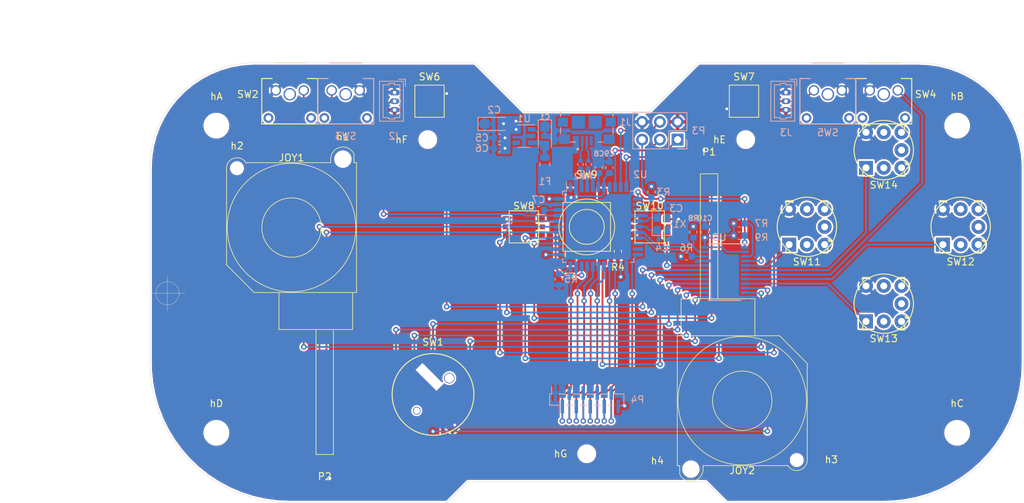
<source format=kicad_pcb>
(kicad_pcb (version 20171130) (host pcbnew "(5.1.5)-3")
  (title_block (title Gamerino) (date 2021-05-23) (rev 01) (company "TuX's Design"))
  (layers (0 F.Cu mixed) (31 B.Cu mixed) (34 B.Paste user) (35 F.Paste user) (36 B.SilkS user) (37 F.SilkS user) (38 B.Mask user) (39 F.Mask user) (44 Edge.Cuts user))
  (net 0 "")
  (net 1 GND)
  (net 2 "Net-(C1-Pad2)")
  (net 3 +3V3)
  (net 4 /XTAL1)
  (net 5 /XTAL2)
  (net 6 "Net-(C7-Pad2)")
  (net 7 "Net-(C8-Pad2)")
  (net 8 VBUS)
  (net 9 "Net-(J1-Pad2)")
  (net 10 "Net-(J1-Pad3)")
  (net 11 "Net-(J1-Pad4)")
  (net 12 /LT2)
  (net 13 /RT2)
  (net 14 /J1Y)
  (net 15 /J2Y)
  (net 16 /MISO)
  (net 17 /SCK)
  (net 18 /MOSI)
  (net 19 /RESET)
  (net 20 /PC7)
  (net 21 /PE6)
  (net 22 /PD7)
  (net 23 /PD6)
  (net 24 /PD5)
  (net 25 /PB6)
  (net 26 /PD4)
  (net 27 /PB5)
  (net 28 /PD3)
  (net 29 /PB4)
  (net 30 /PD2)
  (net 31 "Net-(R5-Pad2)")
  (net 32 /SCL)
  (net 33 "Net-(R7-Pad1)")
  (net 34 /SDA)
  (net 35 /IRQ)
  (net 36 /HN)
  (net 37 /HS)
  (net 38 /HW)
  (net 39 /HE)
  (net 40 /HP)
  (net 41 /LT1)
  (net 42 /RT1)
  (net 43 /SELECT)
  (net 44 /START)
  (net 45 /CLEAR)
  (net 46 /HOME)
  (net 47 /OPTIONS)
  (net 48 /X)
  (net 49 /B)
  (net 50 /A)
  (net 51 /Y)
  (net 52 "Net-(U1-Pad4)")
  (net 53 /J2X)
  (net 54 /J1X)
  (net 55 "Net-(R4-Pad2)")
  (net 56 "Net-(SW9-Pad1)")
  (net 57 "Net-(SW9-Pad4)")
  (net 58 LHOME)
  (net 59 D+)
  (net 60 D-)
  (module alps:RKJXU (layer F.Cu) (at 168.05 111.4 180)
    (fp_text reference JOY2 (at 7.8 -1.5 180) (layer F.SilkS))
    (fp_text value RKJXU hide)
  )
  (module alps:RKJXU (layer F.Cu) (at 87.95 69.6)
    (fp_text reference JOY1 (at 7.8 -1.5) (layer F.SilkS))
    (fp_text value RKJXU hide)
  )
  (module gamerino:Molex_PicoBlade_53047-0310_1x03_P1.25mm_Vertical (layer B.Cu) (at 166.5 60 270)
    (fp_text reference J3 (at 4.5 0 180) (layer B.SilkS) (effects (justify mirror)))
    (fp_text value RT2)
    (pad 1 thru_hole roundrect (at -1.25 0 270) (size 0.8 1.3) (drill 0.5) (layers *.Cu *.Mask) (net 1 GND))
    (pad 2 thru_hole oval (at 0 0 270) (size 0.8 1.3) (drill 0.5) (layers *.Cu *.Mask) (net 13 /RT2))
    (pad 3 thru_hole oval (at 1.25 0 270) (size 0.8 1.3) (drill 0.5) (layers *.Cu *.Mask) (net 3 +3V3))
  )
  (module gamerino:Molex_PicoBlade_53047-0310_1x03_P1.25mm_Vertical (layer B.Cu) (at 110.5 60 270)
    (fp_text reference J2 (at 5 0 180) (layer B.SilkS) (effects (justify mirror)))
    (fp_text value LT2)
    (pad 1 thru_hole roundrect (at -1.25 0 270) (size 0.8 1.3) (drill 0.5) (layers *.Cu *.Mask) (net 1 GND))
    (pad 2 thru_hole oval (at 0 0 270) (size 0.8 1.3) (drill 0.5) (layers *.Cu *.Mask) (net 12 /LT2))
    (pad 3 thru_hole oval (at 1.25 0 270) (size 0.8 1.3) (drill 0.5) (layers *.Cu *.Mask) (net 3 +3V3))
  )
  (module MountingHole:MountingHole_2.2mm_M2 (layer F.Cu) (at 138 110.5)
    (fp_text reference hG (at -3.75 0) (layer F.SilkS))
    (fp_text value M2 hide)
    (pad 1 np_thru_hole circle (at 0 0) (size 2.2 2.2) (drill 2.2) (layers *.Cu *.Mask))
  )
  (module MountingHole:MountingHole_2.2mm_M2 (layer F.Cu) (at 115.25 65.5)
    (fp_text reference hF (at -3.75 0) (layer F.SilkS))
    (fp_text value M2 hide)
    (pad 1 np_thru_hole circle (at 0 0) (size 2.2 2.2) (drill 2.2) (layers *.Cu *.Mask))
  )
  (module MountingHole:MountingHole_2.2mm_M2 (layer F.Cu) (at 160.75 65.5)
    (fp_text reference hE (at -3.75 0) (layer F.SilkS))
    (fp_text value M2 hide)
    (pad 1 np_thru_hole circle (at 0 0) (size 2.2 2.2) (drill 2.2) (layers *.Cu *.Mask))
  )
  (module Connector_PinSocket_1.00mm:PinSocket_1x10_P1.00mm_Vertical_SMD_Pin1Left (layer B.Cu) (at 138 102.75 270)
    (fp_text reference P4 (at 0 -7.25) (layer B.SilkS) (effects (justify mirror)))
    (fp_text value AUX)
    (pad 10 smd rect (at 0.975 -4.5 270) (size 1.95 0.5) (layers B.Cu B.Paste B.Mask) (net 3 +3V3))
    (pad 8 smd rect (at 0.975 -2.5 270) (size 1.95 0.5) (layers B.Cu B.Paste B.Mask) (net 26 /PD4))
    (pad 6 smd rect (at 0.975 -0.5 270) (size 1.95 0.5) (layers B.Cu B.Paste B.Mask) (net 22 /PD7))
    (pad 4 smd rect (at 0.975 1.5 270) (size 1.95 0.5) (layers B.Cu B.Paste B.Mask) (net 27 /PB5))
    (pad 2 smd rect (at 0.975 3.5 270) (size 1.95 0.5) (layers B.Cu B.Paste B.Mask) (net 20 /PC7))
    (pad 9 smd rect (at -0.975 -3.5 270) (size 1.95 0.5) (layers B.Cu B.Paste B.Mask) (net 24 /PD5))
    (pad 7 smd rect (at -0.975 -1.5 270) (size 1.95 0.5) (layers B.Cu B.Paste B.Mask) (net 23 /PD6))
    (pad 5 smd rect (at -0.975 0.5 270) (size 1.95 0.5) (layers B.Cu B.Paste B.Mask) (net 29 /PB4))
    (pad 3 smd rect (at -0.975 2.5 270) (size 1.95 0.5) (layers B.Cu B.Paste B.Mask) (net 25 /PB6))
    (pad 1 smd rect (at -0.975 4.5 270) (size 1.95 0.5) (layers B.Cu B.Paste B.Mask) (net 1 GND))
  )
  (module gamerino:52746-0471 (layer F.Cu) (at 155.5 68.5)
    (fp_text reference P1 (at 0 -1.25) (layer F.SilkS))
    (fp_text value JOY1)
    (pad "" connect rect (at -3 1.75) (size 2.4 3.05) (layers F.Cu F.Mask))
    (pad "" connect rect (at 3 1.75) (size 2.4 3.05) (layers F.Cu F.Mask))
    (pad 4 smd rect (at 0.75 0) (size 0.3 1) (layers F.Cu F.Paste F.Mask) (net 54 /J1X))
    (pad 1 smd roundrect (at -0.75 0) (size 0.3 1) (layers F.Cu F.Paste F.Mask) (net 1 GND))
    (pad 2 smd rect (at -0.25 0) (size 0.3 1) (layers F.Cu F.Paste F.Mask) (net 14 /J1Y))
    (pad 3 smd rect (at 0.25 0) (size 0.3 1) (layers F.Cu F.Paste F.Mask) (net 3 +3V3))
  )
  (module gamerino:52746-0471 (layer F.Cu) (at 100.5 112.5 180)
    (fp_text reference P2 (at 0 -1.25 180) (layer F.SilkS))
    (fp_text value JOY2)
    (pad "" connect rect (at -3 1.75 180) (size 2.4 3.05) (layers F.Cu F.Mask))
    (pad "" connect rect (at 3 1.75 180) (size 2.4 3.05) (layers F.Cu F.Mask))
    (pad 4 smd rect (at 0.75 0 180) (size 0.3 1) (layers F.Cu F.Paste F.Mask) (net 53 /J2X))
    (pad 1 smd roundrect (at -0.75 0 180) (size 0.3 1) (layers F.Cu F.Paste F.Mask) (net 1 GND))
    (pad 2 smd rect (at -0.25 0 180) (size 0.3 1) (layers F.Cu F.Paste F.Mask) (net 15 /J2Y))
    (pad 3 smd rect (at 0.25 0 180) (size 0.3 1) (layers F.Cu F.Paste F.Mask) (net 3 +3V3))
  )
  (module gamerino:TL3265 (layer F.Cu) (at 138 78 180)
    (fp_text reference SW9 (at 0 7.5) (layer F.SilkS))
    (fp_text value TL3265)
    (pad 5 smd rect (at 4.45 0 270) (size 1.3 1.8) (layers F.Cu F.Paste F.Mask) (net 58 LHOME))
    (pad 6 smd rect (at -4.45 0 270) (size 1.3 1.8) (layers F.Cu F.Paste F.Mask) (net 55 "Net-(R4-Pad2)"))
    (pad 3 smd rect (at -2.25 -4.6 180) (size 1.3 1.8) (layers F.Cu F.Paste F.Mask) (net 46 /HOME))
    (pad 4 smd rect (at -2.25 4.6 180) (size 1.3 1.8) (layers F.Cu F.Paste F.Mask) (net 57 "Net-(SW9-Pad4)"))
    (pad 2 smd rect (at 2.25 4.6 180) (size 1.3 1.8) (layers F.Cu F.Paste F.Mask) (net 1 GND))
    (pad 1 smd rect (at 2.25 -4.6 180) (size 1.3 1.8) (layers F.Cu F.Paste F.Mask) (net 56 "Net-(SW9-Pad1)"))
  )
  (module gamerino:TL6210 (layer F.Cu) (at 160.5 60 180)
    (fp_text reference SW7 (at 0 3.5) (layer F.SilkS))
    (fp_text value START hide)
    (pad 5 smd rect (at 2.65 0 270) (size 0.7 0.7) (layers F.Cu F.Paste F.Mask))
    (pad 6 smd rect (at -2.65 0 270) (size 0.7 0.7) (layers F.Cu F.Paste F.Mask))
    (pad 4 smd rect (at 2.45 1.1 180) (size 1.1 0.9) (layers F.Cu F.Paste F.Mask))
    (pad 3 smd rect (at -2.45 1.1 180) (size 1.1 0.9) (layers F.Cu F.Paste F.Mask))
    (pad 2 smd rect (at 2.45 -1.1 180) (size 1.1 0.9) (layers F.Cu F.Paste F.Mask) (net 1 GND))
    (pad 1 smd rect (at -2.45 -1.1 180) (size 1.1 0.9) (layers F.Cu F.Paste F.Mask) (net 44 /START))
  )
  (module gamerino:TL6210 (layer F.Cu) (at 115.5 60 180)
    (fp_text reference SW6 (at 0 3.5) (layer F.SilkS))
    (fp_text value SEL)
    (pad 5 smd rect (at 2.65 0 270) (size 0.7 0.7) (layers F.Cu F.Paste F.Mask))
    (pad 6 smd rect (at -2.65 0 270) (size 0.7 0.7) (layers F.Cu F.Paste F.Mask))
    (pad 4 smd rect (at 2.45 1.1 180) (size 1.1 0.9) (layers F.Cu F.Paste F.Mask))
    (pad 3 smd rect (at -2.45 1.1 180) (size 1.1 0.9) (layers F.Cu F.Paste F.Mask) (net 1 GND))
    (pad 2 smd rect (at 2.45 -1.1 180) (size 1.1 0.9) (layers F.Cu F.Paste F.Mask))
    (pad 1 smd rect (at -2.45 -1.1 180) (size 1.1 0.9) (layers F.Cu F.Paste F.Mask) (net 43 /SELECT))
  )
  (module gamerino:TL6210 (layer F.Cu) (at 147 78 180)
    (fp_text reference SW10 (at 0 3) (layer F.SilkS))
    (fp_text value OPTS)
    (pad 5 smd rect (at 2.65 0 270) (size 0.7 0.7) (layers F.Cu F.Paste F.Mask))
    (pad 6 smd rect (at -2.65 0 270) (size 0.7 0.7) (layers F.Cu F.Paste F.Mask))
    (pad 4 smd rect (at 2.45 1.1 180) (size 1.1 0.9) (layers F.Cu F.Paste F.Mask))
    (pad 3 smd rect (at -2.45 1.1 180) (size 1.1 0.9) (layers F.Cu F.Paste F.Mask) (net 1 GND))
    (pad 2 smd rect (at 2.45 -1.1 180) (size 1.1 0.9) (layers F.Cu F.Paste F.Mask))
    (pad 1 smd rect (at -2.45 -1.1 180) (size 1.1 0.9) (layers F.Cu F.Paste F.Mask) (net 47 /OPTIONS))
  )
  (module gamerino:TL6210 (layer F.Cu) (at 129 78 180)
    (fp_text reference SW8 (at 0 3) (layer F.SilkS))
    (fp_text value CLEAR)
    (pad 1 smd rect (at -2.45 -1.1 180) (size 1.1 0.9) (layers F.Cu F.Paste F.Mask))
    (pad 2 smd rect (at 2.45 -1.1 180) (size 1.1 0.9) (layers F.Cu F.Paste F.Mask) (net 45 /CLEAR))
    (pad 3 smd rect (at -2.45 1.1 180) (size 1.1 0.9) (layers F.Cu F.Paste F.Mask))
    (pad 4 smd rect (at 2.45 1.1 180) (size 1.1 0.9) (layers F.Cu F.Paste F.Mask) (net 1 GND))
    (pad 6 smd rect (at -2.65 0 270) (size 0.7 0.7) (layers F.Cu F.Paste F.Mask))
    (pad 5 smd rect (at 2.65 0 270) (size 0.7 0.7) (layers F.Cu F.Paste F.Mask))
  )
  (module Resistor_SMD:R_0402_1005Metric (layer B.Cu) (at 138.25 69.05 90)
    (fp_text reference R1 (at -1.7 -0.2 180) (layer B.SilkS) (effects (font (size 0.75 0.75)) (justify mirror)))
    (fp_text value 22R)
    (pad 2 smd roundrect (at 0.51 0 90) (size 0.54 0.64) (layers B.Cu B.Paste B.Mask) (net 10 "Net-(J1-Pad3)"))
    (pad 1 smd roundrect (at -0.51 0 90) (size 0.54 0.64) (layers B.Cu B.Paste B.Mask) (net 59 D+))
  )
  (module Resistor_SMD:R_0402_1005Metric (layer B.Cu) (at 137.1 69.05 90)
    (fp_text reference R2 (at -1.7 -0.2 180) (layer B.SilkS) (effects (font (size 0.75 0.75)) (justify mirror)))
    (fp_text value 22R)
    (pad 2 smd roundrect (at 0.51 0 90) (size 0.54 0.64) (layers B.Cu B.Paste B.Mask) (net 9 "Net-(J1-Pad2)"))
    (pad 1 smd roundrect (at -0.51 0 90) (size 0.54 0.64) (layers B.Cu B.Paste B.Mask) (net 60 D-))
  )
  (module MountingHole:MountingHole_3.2mm_M3 (layer F.Cu) (at 85 107.5)
    (fp_text reference hD (at 0 -4.2) (layer F.SilkS))
    (fp_text value M3 hide)
    (pad 1 np_thru_hole circle (at 0 0) (size 3.2 3.2) (drill 3.2) (layers *.Cu *.Mask))
  )
  (module MountingHole:MountingHole_3.2mm_M3 (layer F.Cu) (at 85 63.5)
    (fp_text reference hA (at 0 -4.2) (layer F.SilkS))
    (fp_text value M3 hide)
    (pad 1 np_thru_hole circle (at 0 0) (size 3.2 3.2) (drill 3.2) (layers *.Cu *.Mask))
  )
  (module MountingHole:MountingHole_3.2mm_M3 (layer F.Cu) (at 191 63.5)
    (fp_text reference hB (at 0 -4.2) (layer F.SilkS))
    (fp_text value M3 hide)
    (pad 1 np_thru_hole circle (at 0 0) (size 3.2 3.2) (drill 3.2) (layers *.Cu *.Mask))
  )
  (module MountingHole:MountingHole_3.2mm_M3 (layer F.Cu) (at 191 107.5)
    (fp_text reference hC (at 0 -4.2) (layer F.SilkS))
    (fp_text value M3 hide)
    (pad 1 np_thru_hole circle (at 0 0) (size 3.2 3.2) (drill 3.2) (layers *.Cu *.Mask))
  )
  (module gamerino:RKJXS (layer F.Cu) (at 116 102)
    (fp_text reference SW1 (at 0 -7.5) (layer F.SilkS))
    (fp_text value HATSWITCH)
    (pad 1 smd rect (at 0 -5.3) (size 1.8 1.5) (layers F.Cu F.Paste F.Mask) (net 36 /HN))
    (pad 3 smd rect (at 0 5.3) (size 1.8 1.5) (layers F.Cu F.Paste F.Mask) (net 37 /HS))
    (pad 4 smd rect (at -5.3 0 90) (size 1.8 1.5) (layers F.Cu F.Paste F.Mask) (net 38 /HW))
    (pad 2 smd rect (at 5.3 0 90) (size 1.8 1.5) (layers F.Cu F.Paste F.Mask) (net 39 /HE))
    (pad E smd rect (at 3.75 -3.75 315) (size 1.8 1.5) (layers F.Cu F.Paste F.Mask))
    (pad E smd rect (at -3.75 3.75 315) (size 1.8 1.5) (layers F.Cu F.Paste F.Mask))
    (pad "" np_thru_hole circle (at 2.33 -2.33) (size 1.5 1.5) (drill 1.3) (layers *.Cu *.Mask))
    (pad "" np_thru_hole circle (at -2.33 2.33) (size 1.1 1.1) (drill 0.9) (layers *.Cu *.Mask))
    (pad P smd rect (at -2.675 -4.795 45) (size 1.2 1.5) (layers F.Cu F.Paste F.Mask) (net 40 /HP))
    (pad C smd rect (at 2.675 4.795 45) (size 1.2 1.5) (layers F.Cu F.Paste F.Mask) (net 1 GND))
  )
  (module gamerino:MountingHole_1.5mm (layer F.Cu) (at 168.05 111.4)
    (fp_text reference h3 (at 4.95 -0.0675) (layer F.SilkS))
    (fp_text value 1.5mm hide)
    (pad "" np_thru_hole circle (at 0 0) (size 1.5 1.5) (drill 1.5) (layers *.Cu *.Mask))
  )
  (module MountingHole:MountingHole_2mm (layer F.Cu) (at 152.9 112.7)
    (fp_text reference h4 (at -4.8 -1.2) (layer F.SilkS))
    (fp_text value 2mm hide)
    (pad "" np_thru_hole circle (at 0 0) (size 2 2) (drill 2) (layers *.Cu *.Mask))
  )
  (module gamerino:MountingHole_1.5mm (layer F.Cu) (at 87.95 69.6)
    (fp_text reference h2 (at 0 -3.2) (layer F.SilkS))
    (fp_text value 1.5mm hide)
    (pad "" np_thru_hole circle (at 0 0) (size 1.5 1.5) (drill 1.5) (layers *.Cu *.Mask))
  )
  (module MountingHole:MountingHole_2mm (layer F.Cu) (at 103.1 68.3)
    (fp_text reference h1 (at 0 -3.2) (layer F.SilkS))
    (fp_text value 2mm hide)
    (pad "" np_thru_hole circle (at 0 0) (size 2 2) (drill 2) (layers *.Cu *.Mask))
  )
  (module gamerino:TE_1981568-1 (layer B.Cu) (at 138 63)
    (fp_text reference J1 (at 5.5 0 180) (layer B.SilkS) (effects (justify mirror)))
    (fp_text value USB_B_Micro hide)
    (pad 1 smd rect (at -1.3 2.675) (size 0.4 1.35) (layers B.Cu B.Paste B.Mask) (net 8 VBUS))
    (pad 2 smd rect (at -0.65 2.675) (size 0.4 1.35) (layers B.Cu B.Paste B.Mask) (net 9 "Net-(J1-Pad2)"))
    (pad 3 smd rect (at 0 2.675) (size 0.4 1.35) (layers B.Cu B.Paste B.Mask) (net 10 "Net-(J1-Pad3)"))
    (pad 4 smd rect (at 0.65 2.675) (size 0.4 1.35) (layers B.Cu B.Paste B.Mask) (net 11 "Net-(J1-Pad4)"))
    (pad 5 smd rect (at 1.3 2.675) (size 0.4 1.35) (layers B.Cu B.Paste B.Mask) (net 1 GND))
    (pad 6 smd rect (at -3.2 2.45) (size 1.6 1.4) (layers B.Cu B.Paste B.Mask) (net 1 GND))
    (pad 7 smd rect (at 3.2 2.45) (size 1.6 1.4) (layers B.Cu B.Paste B.Mask))
    (pad 8 smd rect (at 3.425 0) (size 1.45 1.3) (layers B.Cu B.Paste B.Mask))
    (pad 9 smd rect (at -3.425 0) (size 1.45 1.3) (layers B.Cu B.Paste B.Mask))
    (pad 10 smd rect (at -1.2 0) (size 1.9 1.9) (layers B.Cu B.Paste B.Mask))
    (pad 11 smd rect (at 1.2 0) (size 1.9 1.9) (layers B.Cu B.Paste B.Mask))
  )
  (module gamerino:TL6215-R (layer F.Cu) (at 95.5 59 180)
    (fp_text reference SW2 (at 6 0) (layer F.SilkS))
    (fp_text value LT1)
    (pad 1 thru_hole circle (at -2 0.55 180) (size 1.5 1.5) (drill 1.1) (layers *.Cu *.Mask) (net 41 /LT1))
    (pad 2 thru_hole circle (at 2 0.55 180) (size 1.5 1.5) (drill 1.1) (layers *.Cu *.Mask) (net 1 GND))
    (pad 3 thru_hole circle (at -3.05 -3.4 180) (size 1.4 1.4) (drill 0.8) (layers *.Cu *.Mask))
    (pad 4 thru_hole circle (at 3.05 -3.4 180) (size 1.4 1.4) (drill 0.8) (layers *.Cu *.Mask))
    (pad "" np_thru_hole circle (at 0 0 180) (size 1.8 1.8) (drill 1.4) (layers *.Cu *.Mask))
  )
  (module gamerino:TL6215-R (layer B.Cu) (at 103.5 59)
    (fp_text reference SW3 (at 0 6) (layer B.SilkS) (effects (justify mirror)))
    (fp_text value LT2)
    (pad 1 thru_hole circle (at -2 -0.55) (size 1.5 1.5) (drill 1.1) (layers *.Cu *.Mask) (net 12 /LT2))
    (pad 2 thru_hole circle (at 2 -0.55) (size 1.5 1.5) (drill 1.1) (layers *.Cu *.Mask) (net 1 GND))
    (pad 3 thru_hole circle (at -3.05 3.4) (size 1.4 1.4) (drill 0.8) (layers *.Cu *.Mask))
    (pad 4 thru_hole circle (at 3.05 3.4) (size 1.4 1.4) (drill 0.8) (layers *.Cu *.Mask))
    (pad "" np_thru_hole circle (at 0 0) (size 1.8 1.8) (drill 1.4) (layers *.Cu *.Mask))
  )
  (module gamerino:TL6215-R (layer B.Cu) (at 172.5 59)
    (fp_text reference SW5 (at 0 5.5) (layer B.SilkS) (effects (justify mirror)))
    (fp_text value RT2)
    (pad 1 thru_hole circle (at -2 -0.55) (size 1.5 1.5) (drill 1.1) (layers *.Cu *.Mask) (net 13 /RT2))
    (pad 2 thru_hole circle (at 2 -0.55) (size 1.5 1.5) (drill 1.1) (layers *.Cu *.Mask) (net 1 GND))
    (pad 3 thru_hole circle (at -3.05 3.4) (size 1.4 1.4) (drill 0.8) (layers *.Cu *.Mask))
    (pad 4 thru_hole circle (at 3.05 3.4) (size 1.4 1.4) (drill 0.8) (layers *.Cu *.Mask))
    (pad "" np_thru_hole circle (at 0 0) (size 1.8 1.8) (drill 1.4) (layers *.Cu *.Mask))
  )
  (module gamerino:TL6215-R (layer F.Cu) (at 180.5 59 180)
    (fp_text reference SW4 (at -6 0 180) (layer F.SilkS))
    (fp_text value RT1)
    (pad 1 thru_hole circle (at -2 0.55 180) (size 1.5 1.5) (drill 1.1) (layers *.Cu *.Mask) (net 42 /RT1))
    (pad 2 thru_hole circle (at 2 0.55 180) (size 1.5 1.5) (drill 1.1) (layers *.Cu *.Mask) (net 1 GND))
    (pad 3 thru_hole circle (at -3.05 -3.4 180) (size 1.4 1.4) (drill 0.8) (layers *.Cu *.Mask))
    (pad 4 thru_hole circle (at 3.05 -3.4 180) (size 1.4 1.4) (drill 0.8) (layers *.Cu *.Mask))
    (pad "" np_thru_hole circle (at 0 0 180) (size 1.8 1.8) (drill 1.4) (layers *.Cu *.Mask))
  )
  (module Crystal:Crystal_SMD_2520-4Pin_2.5x2.0mm (layer B.Cu) (at 148.77 77.575 90)
    (fp_text reference X1 (at -0.02 2.53) (layer B.SilkS) (effects (justify mirror)))
    (fp_text value 16MHz)
    (pad 1 smd rect (at -0.875 -0.7 90) (size 1.15 1) (layers B.Cu B.Paste B.Mask) (net 4 /XTAL1))
    (pad 2 smd rect (at 0.875 -0.7 90) (size 1.15 1) (layers B.Cu B.Paste B.Mask) (net 5 /XTAL2))
    (pad 3 smd rect (at 0.875 0.7 90) (size 1.15 1) (layers B.Cu B.Paste B.Mask))
    (pad 4 smd rect (at -0.875 0.7 90) (size 1.15 1) (layers B.Cu B.Paste B.Mask))
  )
  (module Resistor_SMD:R_0603_1608Metric (layer F.Cu) (at 142.45 81.5 90)
    (fp_text reference R4 (at -2.25 0 180) (layer F.SilkS))
    (fp_text value 1K)
    (pad 2 smd roundrect (at 0.7875 0 90) (size 0.875 0.95) (layers F.Cu F.Paste F.Mask) (net 55 "Net-(R4-Pad2)"))
    (pad 1 smd roundrect (at -0.7875 0 90) (size 0.875 0.95) (layers F.Cu F.Paste F.Mask) (net 3 +3V3))
  )
  (module gamerino:TL1220 (layer F.Cu) (at 180.5 67 180)
    (fp_text reference SW14 (at 0.000001 -5) (layer F.SilkS))
    (fp_text value Y hide)
    (fp_text user * (at -3.25 -2.25) (layer F.SilkS))
    (pad "" np_thru_hole circle (at -2.54 0 180) (size 2 2) (drill 1) (layers *.Cu *.Mask))
    (pad 6 thru_hole circle (at 0 2.54 180) (size 2 2) (drill 1) (layers *.Cu *.Mask))
    (pad 5 thru_hole circle (at 0 -2.54 180) (size 2 2) (drill 1) (layers *.Cu *.Mask))
    (pad 4 thru_hole circle (at -2.54 2.54 180) (size 2 2) (drill 1) (layers *.Cu *.Mask))
    (pad 3 thru_hole circle (at -2.54 -2.54 180) (size 2 2) (drill 1) (layers *.Cu *.Mask))
    (pad 2 thru_hole circle (at 2.54 2.54 180) (size 2 2) (drill 1) (layers *.Cu *.Mask) (net 1 GND))
    (pad 1 thru_hole rect (at 2.54 -2.54 180) (size 2 2) (drill 1) (layers *.Cu *.Mask) (net 51 /Y))
  )
  (module gamerino:TL1220 (layer F.Cu) (at 191.5 78 180)
    (fp_text reference SW12 (at 0.000001 -5) (layer F.SilkS))
    (fp_text value B hide)
    (fp_text user * (at -3.25 -2.25) (layer F.SilkS))
    (pad "" np_thru_hole circle (at -2.54 0 180) (size 2 2) (drill 1) (layers *.Cu *.Mask))
    (pad 6 thru_hole circle (at 0 2.54 180) (size 2 2) (drill 1) (layers *.Cu *.Mask))
    (pad 5 thru_hole circle (at 0 -2.54 180) (size 2 2) (drill 1) (layers *.Cu *.Mask))
    (pad 4 thru_hole circle (at -2.54 2.54 180) (size 2 2) (drill 1) (layers *.Cu *.Mask))
    (pad 3 thru_hole circle (at -2.54 -2.54 180) (size 2 2) (drill 1) (layers *.Cu *.Mask))
    (pad 2 thru_hole circle (at 2.54 2.54 180) (size 2 2) (drill 1) (layers *.Cu *.Mask) (net 1 GND))
    (pad 1 thru_hole rect (at 2.54 -2.54 180) (size 2 2) (drill 1) (layers *.Cu *.Mask) (net 49 /B))
  )
  (module gamerino:TL1220 (layer F.Cu) (at 180.5 89 180)
    (fp_text reference SW13 (at 0 -5) (layer F.SilkS))
    (fp_text value A hide)
    (fp_text user * (at -3.25 -2.25) (layer F.SilkS))
    (pad "" np_thru_hole circle (at -2.54 0 180) (size 2 2) (drill 1) (layers *.Cu *.Mask))
    (pad 6 thru_hole circle (at 0 2.54 180) (size 2 2) (drill 1) (layers *.Cu *.Mask))
    (pad 5 thru_hole circle (at 0 -2.54 180) (size 2 2) (drill 1) (layers *.Cu *.Mask))
    (pad 4 thru_hole circle (at -2.54 2.54 180) (size 2 2) (drill 1) (layers *.Cu *.Mask))
    (pad 3 thru_hole circle (at -2.54 -2.54 180) (size 2 2) (drill 1) (layers *.Cu *.Mask))
    (pad 2 thru_hole circle (at 2.54 2.54 180) (size 2 2) (drill 1) (layers *.Cu *.Mask) (net 1 GND))
    (pad 1 thru_hole rect (at 2.54 -2.54 180) (size 2 2) (drill 1) (layers *.Cu *.Mask) (net 50 /A))
  )
  (module gamerino:TL1220 (layer F.Cu) (at 169.5 78 180)
    (fp_text reference SW11 (at 0 -5) (layer F.SilkS))
    (fp_text value X hide)
    (fp_text user * (at -3.25 -2.25) (layer F.SilkS))
    (pad "" np_thru_hole circle (at -2.54 0 180) (size 2 2) (drill 1) (layers *.Cu *.Mask))
    (pad 6 thru_hole circle (at 0 2.54 180) (size 2 2) (drill 1) (layers *.Cu *.Mask))
    (pad 5 thru_hole circle (at 0 -2.54 180) (size 2 2) (drill 1) (layers *.Cu *.Mask))
    (pad 4 thru_hole circle (at -2.54 2.54 180) (size 2 2) (drill 1) (layers *.Cu *.Mask))
    (pad 3 thru_hole circle (at -2.54 -2.54 180) (size 2 2) (drill 1) (layers *.Cu *.Mask))
    (pad 2 thru_hole circle (at 2.54 2.54 180) (size 2 2) (drill 1) (layers *.Cu *.Mask) (net 1 GND))
    (pad 1 thru_hole rect (at 2.54 -2.54 180) (size 2 2) (drill 1) (layers *.Cu *.Mask) (net 48 /X))
  )
  (module Capacitor_Tantalum_SMD:CP_EIA-3216-18_Kemet-A (layer B.Cu) (at 132 65 270)
    (fp_text reference C1 (at -2.75 0 180) (layer B.SilkS) (effects (font (size 0.75 0.75)) (justify mirror)))
    (fp_text value 10uF)
    (pad 1 smd roundrect (at -1.35 0 270) (size 1.4 1.35) (layers B.Cu B.Paste B.Mask) (roundrect_rratio 0.185185) (net 1 GND))
    (pad 2 smd roundrect (at 1.35 0 270) (size 1.4 1.35) (layers B.Cu B.Paste B.Mask) (roundrect_rratio 0.185185) (net 2 "Net-(C1-Pad2)"))
  )
  (module Capacitor_Tantalum_SMD:CP_EIA-3216-18_Kemet-A (layer B.Cu) (at 124.75 63.25)
    (fp_text reference C2 (at 0 -2) (layer B.SilkS) (effects (justify mirror)))
    (fp_text value 10uF)
    (pad 2 smd roundrect (at 1.35 0) (size 1.4 1.35) (layers B.Cu B.Paste B.Mask) (roundrect_rratio 0.185) (net 3 +3V3))
    (pad 1 smd roundrect (at -1.35 0) (size 1.4 1.35) (layers B.Cu B.Paste B.Mask) (roundrect_rratio 0.185185) (net 1 GND))
  )
  (module Capacitor_SMD:C_0402_1005Metric (layer B.Cu) (at 148.77 75.35)
    (fp_text reference C3 (at 2.03 0) (layer B.SilkS) (effects (justify mirror)))
    (fp_text value "18pF C0G")
    (pad 1 smd roundrect (at -0.485 0) (size 0.59 0.64) (layers B.Cu B.Paste B.Mask) (net 5 /XTAL2))
    (pad 2 smd roundrect (at 0.485 0) (size 0.59 0.64) (layers B.Cu B.Paste B.Mask) (net 1 GND))
  )
  (module Capacitor_SMD:C_0402_1005Metric (layer B.Cu) (at 148.77 79.85)
    (fp_text reference C4 (at -0.02 1.15) (layer B.SilkS) (effects (justify mirror)))
    (fp_text value "18pF C0G")
    (pad 2 smd roundrect (at 0.485 0) (size 0.59 0.64) (layers B.Cu B.Paste B.Mask) (net 1 GND))
    (pad 1 smd roundrect (at -0.485 0) (size 0.59 0.64) (layers B.Cu B.Paste B.Mask) (net 4 /XTAL1))
  )
  (module Capacitor_SMD:C_0603_1608Metric (layer B.Cu) (at 125.5 65.25 180)
    (fp_text reference C5 (at 2.5 0) (layer B.SilkS) (effects (justify mirror)))
    (fp_text value 1uF)
    (pad 2 smd roundrect (at 0.7875 0 180) (size 0.875 0.95) (layers B.Cu B.Paste B.Mask) (net 1 GND))
    (pad 1 smd roundrect (at -0.7875 0 180) (size 0.875 0.95) (layers B.Cu B.Paste B.Mask) (net 3 +3V3))
  )
  (module Capacitor_SMD:C_0603_1608Metric (layer B.Cu) (at 125.5 66.75 180)
    (fp_text reference C6 (at 2.5 0 180) (layer B.SilkS) (effects (justify mirror)))
    (fp_text value 100nF)
    (pad 1 smd roundrect (at -0.7875 0 180) (size 0.875 0.95) (layers B.Cu B.Paste B.Mask) (net 3 +3V3))
    (pad 2 smd roundrect (at 0.7875 0 180) (size 0.875 0.95) (layers B.Cu B.Paste B.Mask) (net 1 GND))
  )
  (module Capacitor_SMD:C_0603_1608Metric (layer B.Cu) (at 131.1 75.6)
    (fp_text reference C7 (at 0 -1.5) (layer B.SilkS) (effects (justify mirror)))
    (fp_text value 100nF)
    (pad 2 smd roundrect (at 0.7875 0) (size 0.875 0.95) (layers B.Cu B.Paste B.Mask) (net 6 "Net-(C7-Pad2)"))
    (pad 1 smd roundrect (at -0.7875 0) (size 0.875 0.95) (layers B.Cu B.Paste B.Mask) (net 1 GND))
  )
  (module Capacitor_SMD:C_0603_1608Metric (layer B.Cu) (at 139.75 69.5 270)
    (fp_text reference C8 (at -2 0 180) (layer B.SilkS) (effects (font (size 0.75 0.75)) (justify mirror)))
    (fp_text value 1uF)
    (pad 1 smd roundrect (at -0.7875 0 270) (size 0.875 0.95) (layers B.Cu B.Paste B.Mask) (net 1 GND))
    (pad 2 smd roundrect (at 0.7875 0 270) (size 0.875 0.95) (layers B.Cu B.Paste B.Mask) (net 7 "Net-(C8-Pad2)"))
  )
  (module Capacitor_SMD:C_0603_1608Metric (layer B.Cu) (at 141.25 69.5 90)
    (fp_text reference C9 (at 2 0 180) (layer B.SilkS) (effects (font (size 0.75 0.75)) (justify mirror)))
    (fp_text value 1uF)
    (pad 1 smd roundrect (at -0.7875 0 90) (size 0.875 0.95) (layers B.Cu B.Paste B.Mask) (net 8 VBUS))
    (pad 2 smd roundrect (at 0.7875 0 90) (size 0.875 0.95) (layers B.Cu B.Paste B.Mask) (net 1 GND))
  )
  (module Capacitor_SMD:C_0603_1608Metric (layer B.Cu) (at 154.9 78.75 270)
    (fp_text reference C10 (at -2 0 180) (layer B.SilkS) (effects (font (size 0.75 0.75)) (justify mirror)))
    (fp_text value 100nF)
    (pad 2 smd roundrect (at 0.7875 0 270) (size 0.875 0.95) (layers B.Cu B.Paste B.Mask) (net 3 +3V3))
    (pad 1 smd roundrect (at -0.7875 0 270) (size 0.875 0.95) (layers B.Cu B.Paste B.Mask) (net 1 GND))
  )
  (module Fuse:Fuse_0805_2012Metric (layer B.Cu) (at 132 69 90)
    (fp_text reference F1 (at -2.5 0 180) (layer B.SilkS) (effects (justify mirror)))
    (fp_text value 500mA)
    (pad 1 smd roundrect (at -0.9375 0 90) (size 0.975 1.4) (layers B.Cu B.Paste B.Mask) (net 8 VBUS))
    (pad 2 smd roundrect (at 0.9375 0 90) (size 0.975 1.4) (layers B.Cu B.Paste B.Mask) (net 2 "Net-(C1-Pad2)"))
  )
  (module Connector_PinHeader_2.54mm:PinHeader_2x03_P2.54mm_Vertical (layer B.Cu) (at 151 65.5 90)
    (fp_text reference P3 (at 1.27 3) (layer B.SilkS) (effects (justify mirror)))
    (fp_text value ICSP)
    (pad 1 thru_hole rect (at 0 0 90) (size 1.7 1.7) (drill 1) (layers *.Cu *.Mask) (net 16 /MISO))
    (pad 2 thru_hole oval (at 2.54 0 90) (size 1.7 1.7) (drill 1) (layers *.Cu *.Mask) (net 3 +3V3))
    (pad 3 thru_hole oval (at 0 -2.54 90) (size 1.7 1.7) (drill 1) (layers *.Cu *.Mask) (net 17 /SCK))
    (pad 4 thru_hole oval (at 2.54 -2.54 90) (size 1.7 1.7) (drill 1) (layers *.Cu *.Mask) (net 18 /MOSI))
    (pad 5 thru_hole oval (at 0 -5.08 90) (size 1.7 1.7) (drill 1) (layers *.Cu *.Mask) (net 19 /RESET))
    (pad 6 thru_hole oval (at 2.54 -5.08 90) (size 1.7 1.7) (drill 1) (layers *.Cu *.Mask) (net 1 GND))
  )
  (module Resistor_SMD:R_0603_1608Metric (layer B.Cu) (at 147.25 73 90)
    (fp_text reference R3 (at 0 1.75 180) (layer B.SilkS) (effects (justify mirror)))
    (fp_text value 10K)
    (pad 2 smd roundrect (at 0.7875 0 90) (size 0.875 0.95) (layers B.Cu B.Paste B.Mask) (net 3 +3V3))
    (pad 1 smd roundrect (at -0.7875 0 90) (size 0.875 0.95) (layers B.Cu B.Paste B.Mask) (net 19 /RESET))
  )
  (module Resistor_SMD:R_0603_1608Metric (layer B.Cu) (at 134 85.5 90)
    (fp_text reference R5 (at 0 1.75 180) (layer B.SilkS) (effects (justify mirror)))
    (fp_text value 10K)
    (pad 1 smd roundrect (at -0.7875 0 90) (size 0.875 0.95) (layers B.Cu B.Paste B.Mask) (net 1 GND))
    (pad 2 smd roundrect (at 0.7875 0 90) (size 0.875 0.95) (layers B.Cu B.Paste B.Mask) (net 31 "Net-(R5-Pad2)"))
  )
  (module Resistor_SMD:R_0603_1608Metric (layer B.Cu) (at 152.25 82.225 180)
    (fp_text reference R6 (at 0 1.225 180) (layer B.SilkS) (effects (justify mirror)))
    (fp_text value 2.2K)
    (pad 1 smd roundrect (at -0.7875 0 180) (size 0.875 0.95) (layers B.Cu B.Paste B.Mask) (net 32 /SCL))
    (pad 2 smd roundrect (at 0.7875 0 180) (size 0.875 0.95) (layers B.Cu B.Paste B.Mask) (net 3 +3V3))
  )
  (module Resistor_SMD:R_0603_1608Metric (layer B.Cu) (at 159.8125 77.5 180)
    (fp_text reference R7 (at -3.1875 0 180) (layer B.SilkS) (effects (justify mirror)))
    (fp_text value 10K)
    (pad 2 smd roundrect (at 0.7875 0 180) (size 0.875 0.95) (layers B.Cu B.Paste B.Mask) (net 3 +3V3))
    (pad 1 smd roundrect (at -0.7875 0 180) (size 0.875 0.95) (layers B.Cu B.Paste B.Mask) (net 33 "Net-(R7-Pad1)"))
  )
  (module Resistor_SMD:R_0603_1608Metric (layer B.Cu) (at 153.25 78.75 90)
    (fp_text reference R8 (at 2 0 180) (layer B.SilkS) (effects (font (size 0.75 0.75)) (justify mirror)))
    (fp_text value 2.2K)
    (pad 1 smd roundrect (at -0.7875 0 90) (size 0.875 0.95) (layers B.Cu B.Paste B.Mask) (net 34 /SDA))
    (pad 2 smd roundrect (at 0.7875 0 90) (size 0.875 0.95) (layers B.Cu B.Paste B.Mask) (net 3 +3V3))
  )
  (module Resistor_SMD:R_0603_1608Metric (layer B.Cu) (at 159.8125 79.25)
    (fp_text reference R9 (at 3.1875 0.25) (layer B.SilkS) (effects (justify mirror)))
    (fp_text value 2.2K)
    (pad 2 smd roundrect (at 0.7875 0) (size 0.875 0.95) (layers B.Cu B.Paste B.Mask) (net 35 /IRQ))
    (pad 1 smd roundrect (at -0.7875 0) (size 0.875 0.95) (layers B.Cu B.Paste B.Mask) (net 3 +3V3))
  )
  (module Package_TO_SOT_SMD:SOT-23-5 (layer B.Cu) (at 129 65 180)
    (fp_text reference U1 (at 0 2.5) (layer B.SilkS) (effects (justify mirror)))
    (fp_text value MIC5219-3.3YM5)
    (pad 1 smd rect (at -1.1 0.95 180) (size 1.06 0.65) (layers B.Cu B.Paste B.Mask) (net 2 "Net-(C1-Pad2)"))
    (pad 2 smd rect (at -1.1 0 180) (size 1.06 0.65) (layers B.Cu B.Paste B.Mask) (net 1 GND))
    (pad 3 smd rect (at -1.1 -0.95 180) (size 1.06 0.65) (layers B.Cu B.Paste B.Mask) (net 2 "Net-(C1-Pad2)"))
    (pad 4 smd rect (at 1.1 -0.95 180) (size 1.06 0.65) (layers B.Cu B.Paste B.Mask) (net 52 "Net-(U1-Pad4)"))
    (pad 5 smd rect (at 1.1 0.95 180) (size 1.06 0.65) (layers B.Cu B.Paste B.Mask) (net 3 +3V3))
  )
  (module Package_QFP:LQFP-44_10x10mm_P0.8mm (layer B.Cu) (at 139.66 77.98 270)
    (fp_text reference U2 (at -7.48 -6 180) (layer B.SilkS) (effects (justify mirror)))
    (fp_text value ATmega32U4)
    (pad 1 smd roundrect (at -5.6625 4 270) (size 1.475 0.55) (layers B.Cu B.Paste B.Mask) (net 21 /PE6))
    (pad 2 smd roundrect (at -5.6625 3.2 270) (size 1.475 0.55) (layers B.Cu B.Paste B.Mask) (net 8 VBUS))
    (pad 3 smd roundrect (at -5.6625 2.4 270) (size 1.475 0.55) (layers B.Cu B.Paste B.Mask) (net 60 D-))
    (pad 4 smd roundrect (at -5.6625 1.6 270) (size 1.475 0.55) (layers B.Cu B.Paste B.Mask) (net 59 D+))
    (pad 5 smd roundrect (at -5.6625 0.8 270) (size 1.475 0.55) (layers B.Cu B.Paste B.Mask) (net 1 GND))
    (pad 6 smd roundrect (at -5.6625 0 270) (size 1.475 0.55) (layers B.Cu B.Paste B.Mask) (net 7 "Net-(C8-Pad2)"))
    (pad 7 smd roundrect (at -5.6625 -0.8 270) (size 1.475 0.55) (layers B.Cu B.Paste B.Mask) (net 8 VBUS))
    (pad 8 smd roundrect (at -5.6625 -1.6 270) (size 1.475 0.55) (layers B.Cu B.Paste B.Mask))
    (pad 9 smd roundrect (at -5.6625 -2.4 270) (size 1.475 0.55) (layers B.Cu B.Paste B.Mask) (net 17 /SCK))
    (pad 10 smd roundrect (at -5.6625 -3.2 270) (size 1.475 0.55) (layers B.Cu B.Paste B.Mask) (net 18 /MOSI))
    (pad 11 smd roundrect (at -5.6625 -4 270) (size 1.475 0.55) (layers B.Cu B.Paste B.Mask) (net 16 /MISO))
    (pad 12 smd roundrect (at -4 -5.6625 270) (size 0.55 1.475) (layers B.Cu B.Paste B.Mask) (net 35 /IRQ))
    (pad 13 smd roundrect (at -3.2 -5.6625 270) (size 0.55 1.475) (layers B.Cu B.Paste B.Mask) (net 19 /RESET))
    (pad 14 smd roundrect (at -2.4 -5.6625 270) (size 0.55 1.475) (layers B.Cu B.Paste B.Mask) (net 3 +3V3))
    (pad 15 smd roundrect (at -1.6 -5.6625 270) (size 0.55 1.475) (layers B.Cu B.Paste B.Mask) (net 1 GND))
    (pad 16 smd roundrect (at -0.8 -5.6625 270) (size 0.55 1.475) (layers B.Cu B.Paste B.Mask) (net 5 /XTAL2))
    (pad 17 smd roundrect (at 0 -5.6625 270) (size 0.55 1.475) (layers B.Cu B.Paste B.Mask) (net 4 /XTAL1))
    (pad 18 smd roundrect (at 0.8 -5.6625 270) (size 0.55 1.475) (layers B.Cu B.Paste B.Mask) (net 34 /SDA))
    (pad 19 smd roundrect (at 1.6 -5.6625 270) (size 0.55 1.475) (layers B.Cu B.Paste B.Mask) (net 32 /SCL))
    (pad 20 smd roundrect (at 2.4 -5.6625 270) (size 0.55 1.475) (layers B.Cu B.Paste B.Mask) (net 30 /PD2))
    (pad 21 smd roundrect (at 3.2 -5.6625 270) (size 0.55 1.475) (layers B.Cu B.Paste B.Mask) (net 28 /PD3))
    (pad 22 smd roundrect (at 4 -5.6625 270) (size 0.55 1.475) (layers B.Cu B.Paste B.Mask) (net 24 /PD5))
    (pad 23 smd roundrect (at 5.6625 -4 270) (size 1.475 0.55) (layers B.Cu B.Paste B.Mask) (net 1 GND))
    (pad 24 smd roundrect (at 5.6625 -3.2 270) (size 1.475 0.55) (layers B.Cu B.Paste B.Mask) (net 3 +3V3))
    (pad 25 smd roundrect (at 5.6625 -2.4 270) (size 1.475 0.55) (layers B.Cu B.Paste B.Mask) (net 26 /PD4))
    (pad 26 smd roundrect (at 5.6625 -1.6 270) (size 1.475 0.55) (layers B.Cu B.Paste B.Mask) (net 23 /PD6))
    (pad 27 smd roundrect (at 5.6625 -0.8 270) (size 1.475 0.55) (layers B.Cu B.Paste B.Mask) (net 22 /PD7))
    (pad 28 smd roundrect (at 5.6625 0 270) (size 1.475 0.55) (layers B.Cu B.Paste B.Mask) (net 29 /PB4))
    (pad 29 smd roundrect (at 5.6625 0.8 270) (size 1.475 0.55) (layers B.Cu B.Paste B.Mask) (net 27 /PB5))
    (pad 30 smd roundrect (at 5.6625 1.6 270) (size 1.475 0.55) (layers B.Cu B.Paste B.Mask) (net 25 /PB6))
    (pad 31 smd roundrect (at 5.6625 2.4 270) (size 1.475 0.55) (layers B.Cu B.Paste B.Mask) (net 58 LHOME))
    (pad 32 smd roundrect (at 5.6625 3.2 270) (size 1.475 0.55) (layers B.Cu B.Paste B.Mask) (net 20 /PC7))
    (pad 33 smd roundrect (at 5.6625 4 270) (size 1.475 0.55) (layers B.Cu B.Paste B.Mask) (net 31 "Net-(R5-Pad2)"))
    (pad 34 smd roundrect (at 4 5.6625 270) (size 0.55 1.475) (layers B.Cu B.Paste B.Mask) (net 3 +3V3))
    (pad 35 smd roundrect (at 3.2 5.6625 270) (size 0.55 1.475) (layers B.Cu B.Paste B.Mask) (net 1 GND))
    (pad 36 smd roundrect (at 2.4 5.6625 270) (size 0.55 1.475) (layers B.Cu B.Paste B.Mask) (net 14 /J1Y))
    (pad 37 smd roundrect (at 1.6 5.6625 270) (size 0.55 1.475) (layers B.Cu B.Paste B.Mask) (net 54 /J1X))
    (pad 38 smd roundrect (at 0.8 5.6625 270) (size 0.55 1.475) (layers B.Cu B.Paste B.Mask) (net 13 /RT2))
    (pad 39 smd roundrect (at 0 5.6625 270) (size 0.55 1.475) (layers B.Cu B.Paste B.Mask) (net 15 /J2Y))
    (pad 40 smd roundrect (at -0.8 5.6625 270) (size 0.55 1.475) (layers B.Cu B.Paste B.Mask) (net 53 /J2X))
    (pad 41 smd roundrect (at -1.6 5.6625 270) (size 0.55 1.475) (layers B.Cu B.Paste B.Mask) (net 12 /LT2))
    (pad 42 smd roundrect (at -2.4 5.6625 270) (size 0.55 1.475) (layers B.Cu B.Paste B.Mask) (net 6 "Net-(C7-Pad2)"))
    (pad 43 smd roundrect (at -3.2 5.6625 270) (size 0.55 1.475) (layers B.Cu B.Paste B.Mask) (net 1 GND))
    (pad 44 smd roundrect (at -4 5.6625 270) (size 0.55 1.475) (layers B.Cu B.Paste B.Mask) (net 3 +3V3))
  )
  (module Package_SO:TSSOP-24_4.4x7.8mm_P0.65mm (layer B.Cu) (at 157.75 84.5 180)
    (fp_text reference U3 (at 0.75 5) (layer B.SilkS) (effects (justify mirror)))
    (fp_text value TCA6416A)
    (pad 1 smd rect (at -2.85 3.575 180) (size 1.1 0.4) (layers B.Cu B.Paste B.Mask) (net 35 /IRQ))
    (pad 2 smd rect (at -2.85 2.925 180) (size 1.1 0.4) (layers B.Cu B.Paste B.Mask) (net 3 +3V3))
    (pad 3 smd rect (at -2.85 2.275 180) (size 1.1 0.4) (layers B.Cu B.Paste B.Mask) (net 33 "Net-(R7-Pad1)"))
    (pad 4 smd rect (at -2.85 1.625 180) (size 1.1 0.4) (layers B.Cu B.Paste B.Mask) (net 44 /START))
    (pad 5 smd rect (at -2.85 0.975 180) (size 1.1 0.4) (layers B.Cu B.Paste B.Mask) (net 48 /X))
    (pad 6 smd rect (at -2.85 0.325 180) (size 1.1 0.4) (layers B.Cu B.Paste B.Mask) (net 51 /Y))
    (pad 7 smd rect (at -2.85 -0.325 180) (size 1.1 0.4) (layers B.Cu B.Paste B.Mask) (net 42 /RT1))
    (pad 8 smd rect (at -2.85 -0.975 180) (size 1.1 0.4) (layers B.Cu B.Paste B.Mask) (net 49 /B))
    (pad 9 smd rect (at -2.85 -1.625 180) (size 1.1 0.4) (layers B.Cu B.Paste B.Mask) (net 50 /A))
    (pad 10 smd rect (at -2.85 -2.275 180) (size 1.1 0.4) (layers B.Cu B.Paste B.Mask) (net 37 /HS))
    (pad 11 smd rect (at -2.85 -2.925 180) (size 1.1 0.4) (layers B.Cu B.Paste B.Mask) (net 41 /LT1))
    (pad 12 smd rect (at -2.85 -3.575 180) (size 1.1 0.4) (layers B.Cu B.Paste B.Mask) (net 1 GND))
    (pad 13 smd rect (at 2.85 -3.575 180) (size 1.1 0.4) (layers B.Cu B.Paste B.Mask) (net 39 /HE))
    (pad 14 smd rect (at 2.85 -2.925 180) (size 1.1 0.4) (layers B.Cu B.Paste B.Mask) (net 40 /HP))
    (pad 15 smd rect (at 2.85 -2.275 180) (size 1.1 0.4) (layers B.Cu B.Paste B.Mask) (net 38 /HW))
    (pad 16 smd rect (at 2.85 -1.625 180) (size 1.1 0.4) (layers B.Cu B.Paste B.Mask) (net 36 /HN))
    (pad 17 smd rect (at 2.85 -0.975 180) (size 1.1 0.4) (layers B.Cu B.Paste B.Mask) (net 46 /HOME))
    (pad 18 smd rect (at 2.85 -0.325 180) (size 1.1 0.4) (layers B.Cu B.Paste B.Mask) (net 45 /CLEAR))
    (pad 19 smd rect (at 2.85 0.325 180) (size 1.1 0.4) (layers B.Cu B.Paste B.Mask) (net 43 /SELECT))
    (pad 20 smd rect (at 2.85 0.975 180) (size 1.1 0.4) (layers B.Cu B.Paste B.Mask) (net 47 /OPTIONS))
    (pad 21 smd rect (at 2.85 1.625 180) (size 1.1 0.4) (layers B.Cu B.Paste B.Mask) (net 1 GND))
    (pad 22 smd rect (at 2.85 2.275 180) (size 1.1 0.4) (layers B.Cu B.Paste B.Mask) (net 32 /SCL))
    (pad 23 smd rect (at 2.85 2.925 180) (size 1.1 0.4) (layers B.Cu B.Paste B.Mask) (net 34 /SDA))
    (pad 24 smd rect (at 2.85 3.575 180) (size 1.1 0.4) (layers B.Cu B.Paste B.Mask) (net 3 +3V3))
  )
  (target plus (at 78 87.5) (size 5) (width 0.05) (layer Edge.Cuts))
  (gr_line (start 147 61.5) (end 154 54.5) (layer Edge.Cuts) (width 0.05))
  (gr_line (start 90.5 54.5) (end 122 54.5) (layer Edge.Cuts) (width 0.05))
  (gr_line (start 122 54.5) (end 129 61.5) (layer Edge.Cuts) (width 0.05))
  (gr_line (start 121 114.5) (end 155 114.5) (layer Edge.Cuts) (width 0.05))
  (gr_line (start 158 117.5) (end 155 114.5) (layer Edge.Cuts) (width 0.05))
  (gr_line (start 121 114.5) (end 118 117.5) (layer Edge.Cuts) (width 0.05))
  (gr_line (start 158 117.5) (end 180.5 117.5) (layer Edge.Cuts) (width 0.05))
  (gr_line (start 95.5 117.5) (end 118 117.5) (layer Edge.Cuts) (width 0.05))
  (gr_line (start 154 54.5) (end 185.5 54.5) (layer Edge.Cuts) (width 0.05))
  (gr_line (start 147 61.5) (end 129 61.5) (layer Edge.Cuts) (width 0.05))
  (gr_arc (start 180.5 97.5) (end 180.5 117.5) (angle -90) (layer Edge.Cuts) (width 0.05))
  (gr_arc (start 95.5 97.5) (end 75.5 97.5) (angle -90) (layer Edge.Cuts) (width 0.05))
  (gr_arc (start 185.5 69.5) (end 200.5 69.5) (angle -90) (layer Edge.Cuts) (width 0.05))
  (gr_arc (start 90.5 69.5) (end 90.5 54.5) (angle -90) (layer Edge.Cuts) (width 0.05))
  (gr_line (start 75.5 97.5) (end 75.5 69.5) (layer Edge.Cuts) (width 0.05))
  (gr_line (start 200.5 69.5) (end 200.5 97.5) (layer Edge.Cuts) (width 0.05))
  (via (at 126.55 76.9) (size 0.8) (drill 0.4) (layers F.Cu B.Cu) (net 1))
  (via (at 119.11 106.38) (size 0.8) (drill 0.4) (layers F.Cu B.Cu) (net 1))
  (via (at 135.75 73.8) (size 0.8) (drill 0.4) (layers F.Cu B.Cu) (net 1))
  (via (at 158.04 61.1) (size 0.8) (drill 0.4) (layers F.Cu B.Cu) (net 1))
  (via (at 117.95 58.9) (size 0.8) (drill 0.4) (layers F.Cu B.Cu) (net 1))
  (via (at 154.75 67) (size 0.8) (drill 0.4) (layers F.Cu B.Cu) (net 1))
  (via (at 101.25 114) (size 0.8) (drill 0.4) (layers F.Cu B.Cu) (net 1))
  (via (at 151.12 76.89) (size 0.8) (drill 0.4) (layers F.Cu B.Cu) (net 1))
  (segment (start 151.11 76.9) (end 151.12 76.89) (width 0.25) (layer F.Cu) (net 1))
  (segment (start 149.45 76.9) (end 151.11 76.9) (width 0.25) (layer F.Cu) (net 1))
  (segment (start 118.695 106.795) (end 119.11 106.38) (width 0.25) (layer F.Cu) (net 1))
  (segment (start 118.675 106.795) (end 118.695 106.795) (width 0.25) (layer F.Cu) (net 1))
  (segment (start 101.25 114) (end 101.25 112.5) (width 0.25) (layer F.Cu) (net 1))
  (segment (start 154.75 68.5) (end 154.75 67) (width 0.25) (layer F.Cu) (net 1))
  (segment (start 132 66.35) (end 132 68.0625) (width 0.65) (layer B.Cu) (net 2))
  (segment (start 131.6 65.95) (end 132 66.35) (width 0.65) (layer B.Cu) (net 2))
  (segment (start 130.590002 64.05) (end 130.1 64.05) (width 0.25) (layer B.Cu) (net 2))
  (segment (start 131.05 64.509998) (end 130.590002 64.05) (width 0.25) (layer B.Cu) (net 2))
  (segment (start 131.05 65.95) (end 131.05 64.509998) (width 0.25) (layer B.Cu) (net 2))
  (segment (start 131.05 65.95) (end 131.6 65.95) (width 0.65) (layer B.Cu) (net 2))
  (segment (start 130.1 65.95) (end 131.05 65.95) (width 0.65) (layer B.Cu) (net 2))
  (via (at 147.26 72.21) (size 0.8) (drill 0.4) (layers F.Cu B.Cu) (net 3))
  (via (at 132.65 73.98) (size 0.8) (drill 0.4) (layers F.Cu B.Cu) (net 3))
  (via (at 146.58 75.58) (size 0.8) (drill 0.4) (layers F.Cu B.Cu) (net 3))
  (via (at 153.25 77.95) (size 0.8) (drill 0.4) (layers F.Cu B.Cu) (net 3))
  (via (at 127.87 62.85) (size 0.8) (drill 0.4) (layers F.Cu B.Cu) (net 3))
  (via (at 126.29 66.75) (size 0.8) (drill 0.4) (layers F.Cu B.Cu) (net 3))
  (via (at 126.29 65.25) (size 0.8) (drill 0.4) (layers F.Cu B.Cu) (net 3))
  (via (at 127.89 64.05) (size 0.8) (drill 0.4) (layers F.Cu B.Cu) (net 3))
  (via (at 126.09 63.22) (size 0.8) (drill 0.4) (layers F.Cu B.Cu) (net 3))
  (via (at 151.47 82.23) (size 0.8) (drill 0.4) (layers F.Cu B.Cu) (net 3))
  (segment (start 154.9 80.925) (end 157.425 80.925) (width 0.25) (layer B.Cu) (net 3))
  (segment (start 158.075 81.575) (end 160.6 81.575) (width 0.25) (layer B.Cu) (net 3))
  (segment (start 157.425 80.925) (end 158.075 81.575) (width 0.25) (layer B.Cu) (net 3))
  (segment (start 154.9 80.925) (end 154.9 79.5375) (width 0.25) (layer B.Cu) (net 3))
  (segment (start 154.9 79.5375) (end 157.4625 79.5375) (width 0.25) (layer B.Cu) (net 3))
  (segment (start 157.75 79.25) (end 159.025 79.25) (width 0.25) (layer B.Cu) (net 3))
  (segment (start 157.4625 79.5375) (end 157.75 79.25) (width 0.25) (layer B.Cu) (net 3))
  (segment (start 159.025 77.5) (end 159.025 79.25) (width 0.25) (layer B.Cu) (net 3))
  (via (at 159.025 77.5) (size 0.8) (drill 0.4) (layers F.Cu B.Cu) (net 3))
  (via (at 159.025 79.25) (size 0.8) (drill 0.4) (layers F.Cu B.Cu) (net 3))
  (via (at 154.9 79.5375) (size 0.8) (drill 0.4) (layers F.Cu B.Cu) (net 3))
  (segment (start 145.3225 75.58) (end 146.58 75.58) (width 0.25) (layer B.Cu) (net 3))
  (segment (start 132.65 73.98) (end 133.9975 73.98) (width 0.25) (layer B.Cu) (net 3))
  (via (at 143.42 103.625) (size 0.8) (drill 0.4) (layers F.Cu B.Cu) (net 3))
  (segment (start 100.25 112.5) (end 100.25 113.25) (width 0.25) (layer F.Cu) (net 3))
  (segment (start 155.75 68.5) (end 155.75 68.22) (width 0.25) (layer F.Cu) (net 3))
  (segment (start 142.5 103.625) (end 143.42 103.625) (width 0.25) (layer B.Cu) (net 3))
  (segment (start 155.75 68.5) (end 155.75 65.47) (width 0.25) (layer F.Cu) (net 3))
  (via (at 132.145 81.98) (size 0.8) (drill 0.4) (layers F.Cu B.Cu) (net 3))
  (segment (start 132.145 81.98) (end 133.9975 81.98) (width 0.25) (layer B.Cu) (net 3))
  (segment (start 142.86 83.6425) (end 142.86 85.16) (width 0.25) (layer B.Cu) (net 3))
  (via (at 142.86 85.16) (size 0.8) (drill 0.4) (layers F.Cu B.Cu) (net 3))
  (segment (start 148.285 78.665) (end 148.07 78.45) (width 0.25) (layer B.Cu) (net 4))
  (segment (start 148.285 79.85) (end 148.285 78.665) (width 0.25) (layer B.Cu) (net 4))
  (segment (start 146.95 78.45) (end 148.07 78.45) (width 0.25) (layer B.Cu) (net 4))
  (segment (start 146.48 77.98) (end 146.95 78.45) (width 0.25) (layer B.Cu) (net 4))
  (segment (start 145.3225 77.98) (end 146.48 77.98) (width 0.25) (layer B.Cu) (net 4))
  (segment (start 148.285 76.485) (end 148.07 76.7) (width 0.25) (layer B.Cu) (net 5))
  (segment (start 148.285 75.35) (end 148.285 76.485) (width 0.25) (layer B.Cu) (net 5))
  (segment (start 147.05 76.7) (end 148.07 76.7) (width 0.25) (layer B.Cu) (net 5))
  (segment (start 146.57 77.18) (end 147.05 76.7) (width 0.25) (layer B.Cu) (net 5))
  (segment (start 145.3225 77.18) (end 146.57 77.18) (width 0.25) (layer B.Cu) (net 5))
  (segment (start 133.9775 75.6) (end 133.9975 75.58) (width 0.25) (layer B.Cu) (net 6))
  (segment (start 131.8875 75.6) (end 133.9775 75.6) (width 0.25) (layer B.Cu) (net 6))
  (segment (start 139.66 70.3775) (end 139.75 70.2875) (width 0.25) (layer B.Cu) (net 7))
  (segment (start 139.66 72.3175) (end 139.66 70.3775) (width 0.25) (layer B.Cu) (net 7))
  (segment (start 140.46 71.0775) (end 141.25 70.2875) (width 0.25) (layer B.Cu) (net 8))
  (segment (start 140.46 72.3175) (end 140.46 71.0775) (width 0.25) (layer B.Cu) (net 8))
  (segment (start 136.46 72.3175) (end 136.46 73.26) (width 0.25) (layer B.Cu) (net 8))
  (segment (start 136.46 73.26) (end 136.82 73.62) (width 0.25) (layer B.Cu) (net 8))
  (segment (start 136.82 73.62) (end 140.09 73.62) (width 0.25) (layer B.Cu) (net 8))
  (segment (start 140.46 73.25) (end 140.46 72.3175) (width 0.25) (layer B.Cu) (net 8))
  (segment (start 140.09 73.62) (end 140.46 73.25) (width 0.25) (layer B.Cu) (net 8))
  (segment (start 137.1 67.24) (end 137.1 68.54) (width 0.25) (layer B.Cu) (net 9))
  (segment (start 137.35 66.99) (end 137.1 67.24) (width 0.25) (layer B.Cu) (net 9))
  (segment (start 137.35 65.675) (end 137.35 66.99) (width 0.25) (layer B.Cu) (net 9))
  (segment (start 138.25 67.25) (end 138.25 68.54) (width 0.25) (layer B.Cu) (net 10))
  (segment (start 138 67) (end 138.25 67.25) (width 0.25) (layer B.Cu) (net 10))
  (segment (start 138 65.675) (end 138 67) (width 0.25) (layer B.Cu) (net 10))
  (segment (start 102.98934 61) (end 108.9 61) (width 0.25) (layer F.Cu) (net 12))
  (segment (start 101.5 59.51066) (end 102.98934 61) (width 0.25) (layer F.Cu) (net 12))
  (segment (start 101.5 58.45) (end 101.5 59.51066) (width 0.25) (layer F.Cu) (net 12))
  (segment (start 108.9 61) (end 108.93 61.03) (width 0.25) (layer F.Cu) (net 12))
  (segment (start 109.96 60) (end 108.93 61.03) (width 0.25) (layer F.Cu) (net 12))
  (segment (start 110.5 60) (end 109.96 60) (width 0.25) (layer F.Cu) (net 12))
  (segment (start 133.9975 76.38) (end 134.589088 76.38) (width 0.25) (layer B.Cu) (net 12))
  (segment (start 132.331484 76.40001) (end 129.15001 76.40001) (width 0.25) (layer B.Cu) (net 12))
  (segment (start 132.351494 76.38) (end 132.331484 76.40001) (width 0.25) (layer B.Cu) (net 12))
  (segment (start 133.9975 76.38) (end 132.351494 76.38) (width 0.25) (layer B.Cu) (net 12))
  (segment (start 128.924999 76.174999) (end 108.925001 76.174999) (width 0.25) (layer B.Cu) (net 12))
  (segment (start 129.15001 76.40001) (end 128.924999 76.174999) (width 0.25) (layer B.Cu) (net 12))
  (via (at 108.925001 76.174999) (size 0.8) (drill 0.4) (layers F.Cu B.Cu) (net 12))
  (segment (start 108.925001 61.034999) (end 108.93 61.03) (width 0.25) (layer F.Cu) (net 12))
  (segment (start 108.925001 76.174999) (end 108.925001 61.034999) (width 0.25) (layer F.Cu) (net 12))
  (via (at 125.57 96.017) (size 0.8) (drill 0.4) (layers F.Cu B.Cu) (net 13))
  (via (at 164.8 96.017) (size 0.8) (drill 0.4) (layers F.Cu B.Cu) (net 13))
  (segment (start 168.95 60) (end 170.5 58.45) (width 0.25) (layer F.Cu) (net 13))
  (segment (start 166.5 60) (end 168.95 60) (width 0.25) (layer F.Cu) (net 13))
  (segment (start 164.8 60.8) (end 165.6 60) (width 0.25) (layer F.Cu) (net 13))
  (segment (start 165.6 60) (end 166.5 60) (width 0.25) (layer F.Cu) (net 13))
  (segment (start 164.8 96.017) (end 164.8 60.8) (width 0.25) (layer F.Cu) (net 13))
  (segment (start 164.8 96.017) (end 125.57 96.017) (width 0.25) (layer B.Cu) (net 13))
  (via (at 125.55 80.225) (size 0.8) (drill 0.4) (layers F.Cu B.Cu) (net 13))
  (segment (start 125.57 80.245) (end 125.55 80.225) (width 0.25) (layer F.Cu) (net 13))
  (segment (start 125.57 96.017) (end 125.57 80.245) (width 0.25) (layer F.Cu) (net 13))
  (segment (start 125.55 80.225) (end 126.995 78.78) (width 0.25) (layer B.Cu) (net 13))
  (segment (start 126.995 78.78) (end 133.9975 78.78) (width 0.25) (layer B.Cu) (net 13))
  (segment (start 155.25 70.48) (end 155.25 68.5) (width 0.25) (layer F.Cu) (net 14))
  (segment (start 155.87 71.1) (end 155.25 70.48) (width 0.25) (layer F.Cu) (net 14))
  (via (at 155.87 91.079) (size 0.8) (drill 0.4) (layers F.Cu B.Cu) (net 14))
  (segment (start 134 91.079) (end 155.87 91.079) (width 0.25) (layer B.Cu) (net 14))
  (segment (start 155.87 91.079) (end 155.87 71.1) (width 0.25) (layer F.Cu) (net 14))
  (via (at 130.475 80.375) (size 0.8) (drill 0.4) (layers F.Cu B.Cu) (net 14))
  (segment (start 130.48 80.38) (end 130.475 80.375) (width 0.25) (layer B.Cu) (net 14))
  (segment (start 133.9975 80.38) (end 130.48 80.38) (width 0.25) (layer B.Cu) (net 14))
  (via (at 130.475 91.079) (size 0.8) (drill 0.4) (layers F.Cu B.Cu) (net 14))
  (segment (start 134 91.079) (end 130.475 91.079) (width 0.25) (layer B.Cu) (net 14))
  (segment (start 130.475 91.079) (end 130.475 80.375) (width 0.25) (layer F.Cu) (net 14))
  (via (at 100.75 78.78) (size 0.8) (drill 0.4) (layers F.Cu B.Cu) (net 15))
  (segment (start 100.75 112.5) (end 100.75 78.78) (width 0.25) (layer F.Cu) (net 15))
  (segment (start 126.35859 78.78) (end 127.15859 77.98) (width 0.25) (layer B.Cu) (net 15))
  (segment (start 100.75 78.78) (end 126.35859 78.78) (width 0.25) (layer B.Cu) (net 15))
  (segment (start 127.15859 77.98) (end 133.9975 77.98) (width 0.25) (layer B.Cu) (net 15))
  (via (at 143.66 68) (size 0.8) (drill 0.4) (layers F.Cu B.Cu) (net 16))
  (segment (start 143.66 72.06) (end 143.66 68) (width 0.25) (layer B.Cu) (net 16))
  (segment (start 143.66 72.3175) (end 143.66 72.06) (width 0.25) (layer B.Cu) (net 16))
  (segment (start 148.5 68) (end 151 65.5) (width 0.25) (layer F.Cu) (net 16))
  (segment (start 143.66 68) (end 148.5 68) (width 0.25) (layer F.Cu) (net 16))
  (via (at 142.06 67.05) (size 0.8) (drill 0.4) (layers F.Cu B.Cu) (net 17))
  (segment (start 146.91 67.05) (end 148.46 65.5) (width 0.25) (layer F.Cu) (net 17))
  (segment (start 142.06 72.3175) (end 142.06 67.05) (width 0.25) (layer B.Cu) (net 17))
  (segment (start 142.06 67.05) (end 146.91 67.05) (width 0.25) (layer F.Cu) (net 17))
  (via (at 142.86 64.2) (size 0.8) (drill 0.4) (layers F.Cu B.Cu) (net 18))
  (segment (start 147.22 64.2) (end 148.46 62.96) (width 0.25) (layer F.Cu) (net 18))
  (segment (start 142.86 71.58) (end 142.86 64.2) (width 0.25) (layer B.Cu) (net 18))
  (segment (start 142.86 72.3175) (end 142.86 71.58) (width 0.25) (layer B.Cu) (net 18))
  (segment (start 142.86 64.2) (end 147.22 64.2) (width 0.25) (layer F.Cu) (net 18))
  (segment (start 145.3225 74.78) (end 146.72 74.78) (width 0.25) (layer B.Cu) (net 19))
  (segment (start 147.25 74.25) (end 146.72 74.78) (width 0.25) (layer B.Cu) (net 19))
  (segment (start 147.25 73.7875) (end 147.25 74.25) (width 0.25) (layer B.Cu) (net 19))
  (segment (start 145.92 72.4575) (end 147.25 73.7875) (width 0.25) (layer B.Cu) (net 19))
  (segment (start 145.92 65.5) (end 145.92 72.4575) (width 0.25) (layer B.Cu) (net 19))
  (via (at 135.735 88.61) (size 0.8) (drill 0.4) (layers F.Cu B.Cu) (net 20))
  (via (at 134.5 105.800002) (size 0.8) (drill 0.4) (layers F.Cu B.Cu) (net 20))
  (segment (start 136.46 85.49) (end 135.735 86.215) (width 0.25) (layer B.Cu) (net 20))
  (segment (start 136.46 83.6425) (end 136.46 85.49) (width 0.25) (layer B.Cu) (net 20))
  (segment (start 135.735 88.61) (end 135.735 86.215) (width 0.25) (layer B.Cu) (net 20))
  (segment (start 134.5 105.800002) (end 134.5 103.625) (width 0.25) (layer B.Cu) (net 20))
  (segment (start 135.735 101.194375) (end 134.5 102.429375) (width 0.25) (layer F.Cu) (net 20))
  (segment (start 135.735 88.61) (end 135.735 101.194375) (width 0.25) (layer F.Cu) (net 20))
  (segment (start 134.5 102.429375) (end 134.5 105.800002) (width 0.25) (layer F.Cu) (net 20))
  (via (at 139.5 88.61) (size 0.8) (drill 0.4) (layers F.Cu B.Cu) (net 22))
  (via (at 138.5 105.800002) (size 0.8) (drill 0.4) (layers F.Cu B.Cu) (net 22))
  (segment (start 140.46 85.3725) (end 139.5 86.3325) (width 0.25) (layer B.Cu) (net 22))
  (segment (start 139.5 101.311875) (end 138.5 102.311875) (width 0.25) (layer F.Cu) (net 22))
  (segment (start 139.5 101.30359) (end 139.495857 101.307733) (width 0.25) (layer F.Cu) (net 22))
  (segment (start 138.5 105.800002) (end 138.5 102.311875) (width 0.25) (layer F.Cu) (net 22))
  (segment (start 140.46 83.6425) (end 140.46 85.3725) (width 0.25) (layer B.Cu) (net 22))
  (segment (start 139.5 88.61) (end 139.5 86.3325) (width 0.25) (layer B.Cu) (net 22))
  (segment (start 139.5 88.61) (end 139.5 101.30359) (width 0.25) (layer F.Cu) (net 22))
  (segment (start 138.5 105.800002) (end 138.5 103.625) (width 0.25) (layer B.Cu) (net 22))
  (via (at 141.26 88.61) (size 0.8) (drill 0.4) (layers F.Cu B.Cu) (net 23))
  (via (at 139.5 105.800002) (size 0.8) (drill 0.4) (layers F.Cu B.Cu) (net 23))
  (segment (start 141.26 88.61) (end 141.26 83.6425) (width 0.25) (layer B.Cu) (net 23))
  (segment (start 139.5 102.2) (end 139.5 105.800002) (width 0.25) (layer F.Cu) (net 23))
  (segment (start 141.26 100.44) (end 139.5 102.2) (width 0.25) (layer F.Cu) (net 23))
  (segment (start 141.26 88.61) (end 141.26 100.44) (width 0.25) (layer F.Cu) (net 23))
  (segment (start 139.5 105.800002) (end 139.5 101.875) (width 0.25) (layer B.Cu) (net 23))
  (via (at 141.5 105.800002) (size 0.8) (drill 0.4) (layers F.Cu B.Cu) (net 24))
  (segment (start 141.5 105.800002) (end 141.5 101.875) (width 0.25) (layer B.Cu) (net 24))
  (via (at 144.5 87.561) (size 0.8) (drill 0.4) (layers F.Cu B.Cu) (net 24))
  (segment (start 144.5 82.8025) (end 145.3225 81.98) (width 0.25) (layer B.Cu) (net 24))
  (segment (start 144.5 87.561) (end 144.5 82.8025) (width 0.25) (layer B.Cu) (net 24))
  (segment (start 144.5 98.75) (end 141.5 101.75) (width 0.25) (layer F.Cu) (net 24))
  (segment (start 144.5 87.561) (end 144.5 98.75) (width 0.25) (layer F.Cu) (net 24))
  (segment (start 141.5 105.800002) (end 141.5 101.75) (width 0.25) (layer F.Cu) (net 24))
  (via (at 136.67625 87.561) (size 0.8) (drill 0.4) (layers F.Cu B.Cu) (net 25))
  (via (at 135.5 105.800002) (size 0.8) (drill 0.4) (layers F.Cu B.Cu) (net 25))
  (segment (start 135.5 102.4) (end 135.5 105.800002) (width 0.25) (layer F.Cu) (net 25))
  (segment (start 136.67625 101.22375) (end 135.5 102.4) (width 0.25) (layer F.Cu) (net 25))
  (segment (start 138.06 85.160625) (end 138.06 83.6425) (width 0.25) (layer B.Cu) (net 25))
  (segment (start 136.67625 86.544375) (end 138.06 85.160625) (width 0.25) (layer B.Cu) (net 25))
  (segment (start 136.67625 87.561) (end 136.67625 101.22375) (width 0.25) (layer F.Cu) (net 25))
  (segment (start 136.67625 87.561) (end 136.67625 86.544375) (width 0.25) (layer B.Cu) (net 25))
  (segment (start 135.5 105.800002) (end 135.5 101.875) (width 0.25) (layer B.Cu) (net 25))
  (via (at 140.5 105.800002) (size 0.8) (drill 0.4) (layers F.Cu B.Cu) (net 26))
  (via (at 142.06 87.561) (size 0.8) (drill 0.4) (layers F.Cu B.Cu) (net 26))
  (segment (start 142.06 87.561) (end 142.06 83.6425) (width 0.25) (layer B.Cu) (net 26))
  (segment (start 140.5 105.800002) (end 140.5 103.625) (width 0.25) (layer B.Cu) (net 26))
  (segment (start 142.06 100.44) (end 140.5 102) (width 0.25) (layer F.Cu) (net 26))
  (segment (start 140.5 102) (end 140.5 105.800002) (width 0.25) (layer F.Cu) (net 26))
  (segment (start 142.06 87.561) (end 142.06 100.44) (width 0.25) (layer F.Cu) (net 26))
  (via (at 137.6175 88.61) (size 0.8) (drill 0.4) (layers F.Cu B.Cu) (net 27))
  (via (at 136.5 105.800002) (size 0.8) (drill 0.4) (layers F.Cu B.Cu) (net 27))
  (segment (start 137.6175 101.253125) (end 136.5 102.370625) (width 0.25) (layer F.Cu) (net 27))
  (segment (start 136.5 105.800002) (end 136.5 102.370625) (width 0.25) (layer F.Cu) (net 27))
  (segment (start 137.6175 101.253125) (end 137.6175 88.61) (width 0.25) (layer F.Cu) (net 27))
  (segment (start 138.86 85.16359) (end 138.86 83.6425) (width 0.25) (layer B.Cu) (net 27))
  (segment (start 137.6175 86.47375) (end 138.86 85.23125) (width 0.25) (layer B.Cu) (net 27))
  (segment (start 137.6175 88.61) (end 137.6175 86.47375) (width 0.25) (layer B.Cu) (net 27))
  (segment (start 136.5 105.800002) (end 136.5 103.625) (width 0.25) (layer B.Cu) (net 27))
  (via (at 138.55875 87.561) (size 0.8) (drill 0.4) (layers F.Cu B.Cu) (net 29))
  (via (at 137.5 105.800002) (size 0.8) (drill 0.4) (layers F.Cu B.Cu) (net 29))
  (segment (start 138.55875 87.561) (end 138.55875 101.2825) (width 0.25) (layer F.Cu) (net 29))
  (segment (start 138.55875 86.47125) (end 138.55875 87.561) (width 0.25) (layer B.Cu) (net 29))
  (segment (start 139.66 85.301875) (end 138.55875 86.403125) (width 0.25) (layer B.Cu) (net 29))
  (segment (start 137.5 102.34125) (end 138.55875 101.2825) (width 0.25) (layer F.Cu) (net 29))
  (segment (start 137.5 102.34125) (end 137.5 105.800002) (width 0.25) (layer F.Cu) (net 29))
  (segment (start 139.66 83.6425) (end 139.66 85.301875) (width 0.25) (layer B.Cu) (net 29))
  (segment (start 137.5 105.800002) (end 137.5 101.875) (width 0.25) (layer B.Cu) (net 29))
  (segment (start 134.59 84.7125) (end 135.66 83.6425) (width 0.25) (layer B.Cu) (net 31))
  (segment (start 134 84.7125) (end 134.59 84.7125) (width 0.25) (layer B.Cu) (net 31))
  (segment (start 154.8875 82.2125) (end 154.9 82.225) (width 0.25) (layer B.Cu) (net 32))
  (segment (start 154.9 82.225) (end 153.0375 82.225) (width 0.25) (layer B.Cu) (net 32))
  (segment (start 152.1 81.2875) (end 153.0375 82.225) (width 0.25) (layer B.Cu) (net 32))
  (segment (start 147.999473 81.2875) (end 152.1 81.2875) (width 0.25) (layer B.Cu) (net 32))
  (segment (start 146.291973 79.58) (end 147.999473 81.2875) (width 0.25) (layer B.Cu) (net 32))
  (segment (start 145.3225 79.58) (end 146.291973 79.58) (width 0.25) (layer B.Cu) (net 32))
  (segment (start 161.25 77.5) (end 160.6 77.5) (width 0.25) (layer B.Cu) (net 33))
  (segment (start 161.75 78) (end 161.25 77.5) (width 0.25) (layer B.Cu) (net 33))
  (segment (start 161.4 82.225) (end 161.75 81.875) (width 0.25) (layer B.Cu) (net 33))
  (segment (start 161.75 81.875) (end 161.75 78) (width 0.25) (layer B.Cu) (net 33))
  (segment (start 160.6 82.225) (end 161.4 82.225) (width 0.25) (layer B.Cu) (net 33))
  (segment (start 148.185873 80.837489) (end 153.137511 80.837489) (width 0.25) (layer B.Cu) (net 34))
  (segment (start 145.3225 78.78) (end 146.128384 78.78) (width 0.25) (layer B.Cu) (net 34))
  (segment (start 146.128384 78.78) (end 148.185873 80.837489) (width 0.25) (layer B.Cu) (net 34))
  (segment (start 153.25 80.725) (end 153.137511 80.837489) (width 0.25) (layer B.Cu) (net 34))
  (segment (start 153.25 79.5375) (end 153.25 80.725) (width 0.25) (layer B.Cu) (net 34))
  (segment (start 153.247489 80.837489) (end 153.985 81.575) (width 0.25) (layer B.Cu) (net 34))
  (segment (start 153.985 81.575) (end 154.9 81.575) (width 0.25) (layer B.Cu) (net 34))
  (segment (start 153.137511 80.837489) (end 153.247489 80.837489) (width 0.25) (layer B.Cu) (net 34))
  (via (at 160.6 80.2) (size 0.8) (drill 0.4) (layers F.Cu B.Cu) (net 35))
  (via (at 160.6 73.98) (size 0.8) (drill 0.4) (layers F.Cu B.Cu) (net 35))
  (via (at 148.57 73.98) (size 0.8) (drill 0.4) (layers F.Cu B.Cu) (net 35))
  (via (at 145.3225 73) (size 0.8) (drill 0.4) (layers F.Cu B.Cu) (net 35))
  (segment (start 160.6 80.925) (end 160.6 80.2) (width 0.25) (layer B.Cu) (net 35))
  (segment (start 160.6 80.2) (end 160.6 79.25) (width 0.25) (layer B.Cu) (net 35))
  (segment (start 148.57 73.98) (end 160.6 73.98) (width 0.25) (layer B.Cu) (net 35))
  (segment (start 160.61 80.19) (end 160.6 80.2) (width 0.25) (layer F.Cu) (net 35))
  (segment (start 160.6 73.98) (end 160.6 80.19) (width 0.25) (layer F.Cu) (net 35))
  (segment (start 146.3025 73.98) (end 145.3225 73) (width 0.25) (layer F.Cu) (net 35))
  (segment (start 148.57 73.98) (end 146.3025 73.98) (width 0.25) (layer F.Cu) (net 35))
  (segment (start 145.3225 73.98) (end 145.3225 73) (width 0.25) (layer B.Cu) (net 35))
  (via (at 116 91.902) (size 0.8) (drill 0.4) (layers F.Cu B.Cu) (net 36))
  (via (at 149.75 86.337499) (size 0.8) (drill 0.4) (layers F.Cu B.Cu) (net 36))
  (via (at 149.75 91.902) (size 0.8) (drill 0.4) (layers F.Cu B.Cu) (net 36))
  (segment (start 149.75 91.902) (end 116 91.902) (width 0.25) (layer B.Cu) (net 36))
  (segment (start 149.962499 86.125) (end 149.75 86.337499) (width 0.25) (layer B.Cu) (net 36))
  (segment (start 154.9 86.125) (end 149.962499 86.125) (width 0.25) (layer B.Cu) (net 36))
  (segment (start 116 91.902) (end 116 96.7) (width 0.25) (layer F.Cu) (net 36))
  (segment (start 149.75 91.902) (end 149.75 86.337499) (width 0.25) (layer F.Cu) (net 36))
  (via (at 163.86991 87.085189) (size 0.8) (drill 0.4) (layers F.Cu B.Cu) (net 37))
  (segment (start 163.559721 86.775) (end 163.86991 87.085189) (width 0.25) (layer B.Cu) (net 37))
  (segment (start 160.6 86.775) (end 163.559721 86.775) (width 0.25) (layer B.Cu) (net 37))
  (via (at 163.86 107.28) (size 0.8) (drill 0.4) (layers F.Cu B.Cu) (net 37))
  (segment (start 163.86991 107.27009) (end 163.86 107.28) (width 0.25) (layer F.Cu) (net 37))
  (segment (start 163.86991 87.085189) (end 163.86991 107.27009) (width 0.25) (layer F.Cu) (net 37))
  (via (at 116 107.3) (size 0.8) (drill 0.4) (layers F.Cu B.Cu) (net 37))
  (segment (start 116.02 107.28) (end 116 107.3) (width 0.25) (layer B.Cu) (net 37))
  (segment (start 163.86 107.28) (end 116.02 107.28) (width 0.25) (layer B.Cu) (net 37))
  (via (at 110.7 92.725) (size 0.8) (drill 0.4) (layers F.Cu B.Cu) (net 38))
  (via (at 151 92.725) (size 0.8) (drill 0.4) (layers F.Cu B.Cu) (net 38))
  (via (at 151 87.058332) (size 0.8) (drill 0.4) (layers F.Cu B.Cu) (net 38))
  (segment (start 154.9 86.775) (end 154.775 86.775) (width 0.25) (layer B.Cu) (net 38))
  (segment (start 151.283332 86.775) (end 154.9 86.775) (width 0.25) (layer B.Cu) (net 38))
  (segment (start 151 87.058332) (end 151.283332 86.775) (width 0.25) (layer B.Cu) (net 38))
  (segment (start 151 92.725) (end 110.7 92.725) (width 0.25) (layer B.Cu) (net 38))
  (segment (start 110.7 102) (end 110.7 92.725) (width 0.25) (layer F.Cu) (net 38))
  (segment (start 151 92.725) (end 151 87.058332) (width 0.25) (layer F.Cu) (net 38))
  (via (at 153.5 88.499998) (size 0.8) (drill 0.4) (layers F.Cu B.Cu) (net 39))
  (via (at 121.3 94.371) (size 0.8) (drill 0.4) (layers F.Cu B.Cu) (net 39))
  (via (at 153.5 94.371) (size 0.8) (drill 0.4) (layers F.Cu B.Cu) (net 39))
  (segment (start 121.3 94.371) (end 153.5 94.371) (width 0.25) (layer B.Cu) (net 39))
  (segment (start 153.5 88.49) (end 153.5 88.499998) (width 0.25) (layer B.Cu) (net 39))
  (segment (start 153.915 88.075) (end 153.5 88.49) (width 0.25) (layer B.Cu) (net 39))
  (segment (start 154.9 88.075) (end 153.915 88.075) (width 0.25) (layer B.Cu) (net 39))
  (segment (start 121.3 102) (end 121.3 94.371) (width 0.25) (layer F.Cu) (net 39))
  (segment (start 153.5 94.371) (end 153.5 88.499998) (width 0.25) (layer F.Cu) (net 39))
  (segment (start 113.325 97.205) (end 113 97.53) (width 0.25) (layer F.Cu) (net 40))
  (via (at 152.25 87.779165) (size 0.8) (drill 0.4) (layers F.Cu B.Cu) (net 40))
  (via (at 113.33 93.548) (size 0.8) (drill 0.4) (layers F.Cu B.Cu) (net 40))
  (via (at 152.25 93.548) (size 0.8) (drill 0.4) (layers F.Cu B.Cu) (net 40))
  (segment (start 113.33 93.548) (end 152.244 93.548) (width 0.25) (layer B.Cu) (net 40))
  (segment (start 152.604165 87.425) (end 152.25 87.779165) (width 0.25) (layer B.Cu) (net 40))
  (segment (start 154.9 87.425) (end 152.604165 87.425) (width 0.25) (layer B.Cu) (net 40))
  (segment (start 113.325 93.553) (end 113.33 93.548) (width 0.25) (layer F.Cu) (net 40))
  (segment (start 113.325 97.205) (end 113.325 93.553) (width 0.25) (layer F.Cu) (net 40))
  (segment (start 152.25 93.548) (end 152.25 87.779165) (width 0.25) (layer F.Cu) (net 40))
  (via (at 162.96 87.5) (size 0.8) (drill 0.4) (layers F.Cu B.Cu) (net 41))
  (segment (start 162.035 87.5) (end 162.96 87.5) (width 0.25) (layer B.Cu) (net 41))
  (segment (start 161.96 87.425) (end 162.035 87.5) (width 0.25) (layer B.Cu) (net 41))
  (segment (start 160.6 87.425) (end 161.96 87.425) (width 0.25) (layer B.Cu) (net 41))
  (via (at 97.5 95.194) (size 0.8) (drill 0.4) (layers F.Cu B.Cu) (net 41))
  (via (at 162.96 95.194) (size 0.8) (drill 0.4) (layers F.Cu B.Cu) (net 41))
  (segment (start 162.96 95.194) (end 162.96 87.5) (width 0.25) (layer F.Cu) (net 41))
  (segment (start 97.5 95.194) (end 162.96 95.194) (width 0.25) (layer B.Cu) (net 41))
  (segment (start 97.5 95.194) (end 97.5 58.45) (width 0.25) (layer F.Cu) (net 41))
  (segment (start 186 61.95) (end 182.5 58.45) (width 0.25) (layer B.Cu) (net 42))
  (segment (start 186 71.71) (end 186 61.95) (width 0.25) (layer B.Cu) (net 42))
  (segment (start 172.885 84.825) (end 186 71.71) (width 0.25) (layer B.Cu) (net 42))
  (segment (start 160.6 84.825) (end 172.885 84.825) (width 0.25) (layer B.Cu) (net 42))
  (via (at 117.95 89.433) (size 0.8) (drill 0.4) (layers F.Cu B.Cu) (net 43))
  (segment (start 117.95 89.433) (end 146 89.433) (width 0.25) (layer B.Cu) (net 43))
  (via (at 146 89.433) (size 0.8) (drill 0.4) (layers F.Cu B.Cu) (net 43))
  (via (at 146 84.175) (size 0.8) (drill 0.4) (layers F.Cu B.Cu) (net 43))
  (segment (start 149.101999 84.250001) (end 149.869999 84.250001) (width 0.25) (layer B.Cu) (net 43))
  (segment (start 149.026998 84.175) (end 149.101999 84.250001) (width 0.25) (layer B.Cu) (net 43))
  (segment (start 146 84.175) (end 149.026998 84.175) (width 0.25) (layer B.Cu) (net 43))
  (segment (start 149.945 84.175) (end 154.9 84.175) (width 0.25) (layer B.Cu) (net 43))
  (segment (start 149.869999 84.250001) (end 149.945 84.175) (width 0.25) (layer B.Cu) (net 43))
  (segment (start 146 84.175) (end 146 89.433) (width 0.25) (layer F.Cu) (net 43))
  (segment (start 118.75 64.35) (end 117.95 63.55) (width 0.25) (layer F.Cu) (net 43))
  (segment (start 118.75 66.5) (end 118.75 64.35) (width 0.25) (layer F.Cu) (net 43))
  (segment (start 117.95 63.55) (end 117.95 61.1) (width 0.25) (layer F.Cu) (net 43))
  (segment (start 117.95 67.3) (end 118.75 66.5) (width 0.25) (layer F.Cu) (net 43))
  (segment (start 117.95 89.433) (end 117.95 67.3) (width 0.25) (layer F.Cu) (net 43))
  (via (at 162.95 82.875) (size 0.8) (drill 0.4) (layers F.Cu B.Cu) (net 44))
  (segment (start 160.6 82.875) (end 162.954991 82.875) (width 0.25) (layer B.Cu) (net 44))
  (segment (start 162.954991 82.875) (end 162.96 82.869991) (width 0.25) (layer B.Cu) (net 44))
  (segment (start 163.75 64.6) (end 162.95 63.8) (width 0.25) (layer F.Cu) (net 44))
  (segment (start 163.75 66.5) (end 163.75 64.6) (width 0.25) (layer F.Cu) (net 44))
  (segment (start 162.95 63.8) (end 162.95 61.1) (width 0.25) (layer F.Cu) (net 44))
  (segment (start 162.95 67.3) (end 163.75 66.5) (width 0.25) (layer F.Cu) (net 44))
  (segment (start 162.95 82.875) (end 162.95 67.3) (width 0.25) (layer F.Cu) (net 44))
  (via (at 126.55 90.256) (size 0.8) (drill 0.4) (layers F.Cu B.Cu) (net 45))
  (via (at 147.25 90.256) (size 0.8) (drill 0.4) (layers F.Cu B.Cu) (net 45))
  (via (at 147.25 84.90001) (size 0.8) (drill 0.4) (layers F.Cu B.Cu) (net 45))
  (segment (start 147.25 90.256) (end 131.45 90.256) (width 0.25) (layer B.Cu) (net 45))
  (segment (start 147.32501 84.825) (end 147.25 84.90001) (width 0.25) (layer B.Cu) (net 45))
  (segment (start 154.9 84.825) (end 147.32501 84.825) (width 0.25) (layer B.Cu) (net 45))
  (segment (start 147.25 90.256) (end 147.25 84.90001) (width 0.25) (layer F.Cu) (net 45))
  (segment (start 131.45 90.256) (end 126.55 90.256) (width 0.25) (layer B.Cu) (net 45))
  (segment (start 126.55 90.256) (end 126.55 79.1) (width 0.25) (layer F.Cu) (net 45))
  (via (at 148.5 85.616666) (size 0.8) (drill 0.4) (layers F.Cu B.Cu) (net 46))
  (segment (start 148.641666 85.475) (end 154.9 85.475) (width 0.25) (layer B.Cu) (net 46))
  (segment (start 148.5 85.616666) (end 148.641666 85.475) (width 0.25) (layer B.Cu) (net 46))
  (via (at 140.24 97.68) (size 0.8) (drill 0.4) (layers F.Cu B.Cu) (net 46))
  (segment (start 140.25 97.67) (end 140.24 97.68) (width 0.25) (layer F.Cu) (net 46))
  (segment (start 140.25 82.6) (end 140.25 97.67) (width 0.25) (layer F.Cu) (net 46))
  (via (at 148.5 97.68) (size 0.8) (drill 0.4) (layers F.Cu B.Cu) (net 46))
  (segment (start 148.5 97.68) (end 148.5 85.616666) (width 0.25) (layer F.Cu) (net 46))
  (segment (start 148.5 97.68) (end 140.24 97.68) (width 0.25) (layer B.Cu) (net 46))
  (segment (start 154.875 83.5) (end 154.9 83.525) (width 0.25) (layer B.Cu) (net 47))
  (via (at 149.45 83.525) (size 0.8) (drill 0.4) (layers F.Cu B.Cu) (net 47))
  (segment (start 154.9 83.525) (end 149.45 83.525) (width 0.25) (layer B.Cu) (net 47))
  (segment (start 149.45 79.1) (end 149.45 83.525) (width 0.25) (layer F.Cu) (net 47))
  (segment (start 163.9 83.6) (end 166.96 80.54) (width 0.25) (layer B.Cu) (net 48))
  (segment (start 162.48 83.6) (end 163.9 83.6) (width 0.25) (layer B.Cu) (net 48))
  (segment (start 162.405 83.525) (end 162.48 83.6) (width 0.25) (layer B.Cu) (net 48))
  (segment (start 160.6 83.525) (end 162.405 83.525) (width 0.25) (layer B.Cu) (net 48))
  (segment (start 178.07 80.54) (end 188.96 80.54) (width 0.25) (layer B.Cu) (net 49))
  (segment (start 173.135 85.475) (end 178.07 80.54) (width 0.25) (layer B.Cu) (net 49))
  (segment (start 160.6 85.475) (end 173.135 85.475) (width 0.25) (layer B.Cu) (net 49))
  (segment (start 173.195 86.775) (end 177.96 91.54) (width 0.25) (layer B.Cu) (net 50))
  (segment (start 172.545 86.125) (end 177.96 91.54) (width 0.25) (layer B.Cu) (net 50))
  (segment (start 160.6 86.125) (end 172.545 86.125) (width 0.25) (layer B.Cu) (net 50))
  (segment (start 177.96 78.81) (end 177.96 69.54) (width 0.25) (layer B.Cu) (net 51))
  (segment (start 172.595 84.175) (end 177.96 78.81) (width 0.25) (layer B.Cu) (net 51))
  (segment (start 160.6 84.175) (end 172.595 84.175) (width 0.25) (layer B.Cu) (net 51))
  (via (at 99.75 77.98) (size 0.8) (drill 0.4) (layers F.Cu B.Cu) (net 53))
  (segment (start 133.9975 77.18) (end 127.322178 77.18) (width 0.25) (layer B.Cu) (net 53))
  (segment (start 127.322178 77.18) (end 126.522178 77.98) (width 0.25) (layer B.Cu) (net 53))
  (segment (start 126.522178 77.98) (end 99.75 77.98) (width 0.25) (layer B.Cu) (net 53))
  (segment (start 99.75 112.5) (end 99.75 77.98) (width 0.25) (layer F.Cu) (net 53))
  (segment (start 156.9 96.84) (end 156.91 96.83) (width 0.25) (layer B.Cu) (net 54))
  (segment (start 129.2 96.84) (end 156.9 96.84) (width 0.25) (layer B.Cu) (net 54))
  (via (at 156.91 96.83) (size 0.8) (drill 0.4) (layers F.Cu B.Cu) (net 54))
  (segment (start 156.25 70.46) (end 156.25 68.5) (width 0.25) (layer F.Cu) (net 54))
  (segment (start 156.91 71.12) (end 156.25 70.46) (width 0.25) (layer F.Cu) (net 54))
  (segment (start 156.91 96.83) (end 156.91 71.12) (width 0.25) (layer F.Cu) (net 54))
  (via (at 129.2 79.575) (size 0.8) (drill 0.4) (layers F.Cu B.Cu) (net 54))
  (segment (start 129.205 79.58) (end 129.2 79.575) (width 0.25) (layer B.Cu) (net 54))
  (segment (start 133.9975 79.58) (end 129.205 79.58) (width 0.25) (layer B.Cu) (net 54))
  (via (at 129.2 96.84) (size 0.8) (drill 0.4) (layers F.Cu B.Cu) (net 54))
  (segment (start 129.2 96.84) (end 129.2 79.575) (width 0.25) (layer F.Cu) (net 54))
  (segment (start 142.45 78) (end 142.45 80.7125) (width 0.25) (layer F.Cu) (net 55))
  (via (at 137.26266 84.93266) (size 0.8) (drill 0.4) (layers F.Cu B.Cu) (net 58))
  (segment (start 137.26 84.93) (end 137.26266 84.93266) (width 0.25) (layer B.Cu) (net 58))
  (segment (start 137.26 83.6425) (end 137.26 84.93) (width 0.25) (layer B.Cu) (net 58))
  (segment (start 133.55 78) (end 133.55 83.94) (width 0.25) (layer F.Cu) (net 58))
  (segment (start 134.54266 84.93266) (end 137.26266 84.93266) (width 0.25) (layer F.Cu) (net 58))
  (segment (start 133.55 83.94) (end 134.54266 84.93266) (width 0.25) (layer F.Cu) (net 58))
  (segment (start 138.06 69.75) (end 138.25 69.56) (width 0.45) (layer B.Cu) (net 59))
  (segment (start 138.06 72.3175) (end 138.06 69.75) (width 0.45) (layer B.Cu) (net 59))
  (segment (start 137.26 69.72) (end 137.1 69.56) (width 0.45) (layer B.Cu) (net 60))
  (segment (start 137.26 72.3175) (end 137.26 69.72) (width 0.45) (layer B.Cu) (net 60))
  (zone (net 1) (net_name GND) (layer B.Cu) (connect_pads (clearance 0.254)) (min_thickness 0.254) (fill yes (arc_segments 32) (thermal_gap 0.254) (thermal_bridge_width 0.508))
    (polygon (pts (xy 200.5 117.5) (xy 158 117.5) (xy 155 114.5) (xy 121 114.5) (xy 118 117.5) (xy 75.5 117.5) (xy 75.5 54.5) (xy 122 54.5) (xy 129 61.5) (xy 147 61.5) (xy 154 54.5) (xy 200.5 54.5)))
  )
  (zone (net 3) (net_name +3V3) (layer F.Cu) (connect_pads (clearance 0.254)) (min_thickness 0.254) (fill yes (arc_segments 32) (thermal_gap 0.254) (thermal_bridge_width 0.508))
    (polygon (pts (xy 200.5 117.5) (xy 158 117.5) (xy 155 114.5) (xy 121 114.5) (xy 118 117.5) (xy 75.5 117.5) (xy 75.5 54.5) (xy 122 54.5) (xy 129 61.5) (xy 147 61.5) (xy 154 54.5) (xy 200.5 54.5)))
  )
  (zone (net 8) (net_name VBUS) (layer B.Cu) (priority 1) (connect_pads yes (clearance 0.254)) (min_thickness 0.254) (fill yes (arc_segments 32) (thermal_gap 0.254) (thermal_bridge_width 0.508))
    (polygon (pts (xy 137 67.5) (xy 136 67.5) (xy 136 70.75) (xy 137 70.75) (xy 137 73.25) (xy 131 73.25) (xy 131 69) (xy 133 69) (xy 133 66.5) (xy 136 66.5) (xy 136 65) (xy 137 65)))
  )
  (zone (net 0) (net_name "") (layers F&B.Cu) (connect_pads (clearance 0.254)) (min_thickness 0.254)
    (keepout (tracks not_allowed) (vias not_allowed) (copperpour not_allowed))
    (fill (arc_segments 32) (thermal_gap 0.508) (thermal_bridge_width 0.508))
    (polygon (pts (xy 117.5 100.5) (xy 116.5 101.5) (xy 113.5 98.5) (xy 114.5 97.5)))
  )
  (zone (net 3) (net_name +3V3) (layer B.Cu) (priority 1) (connect_pads (clearance 0.254)) (min_thickness 0.254) (fill yes (arc_segments 32) (thermal_gap 0.508) (thermal_bridge_width 0.508))
    (polygon (pts (xy 128.6 64.7) (xy 127.1 64.7) (xy 127.1 67.6) (xy 125.2 67.6) (xy 125.2 62.1) (xy 128.6 62.1)))
  )
)
</source>
